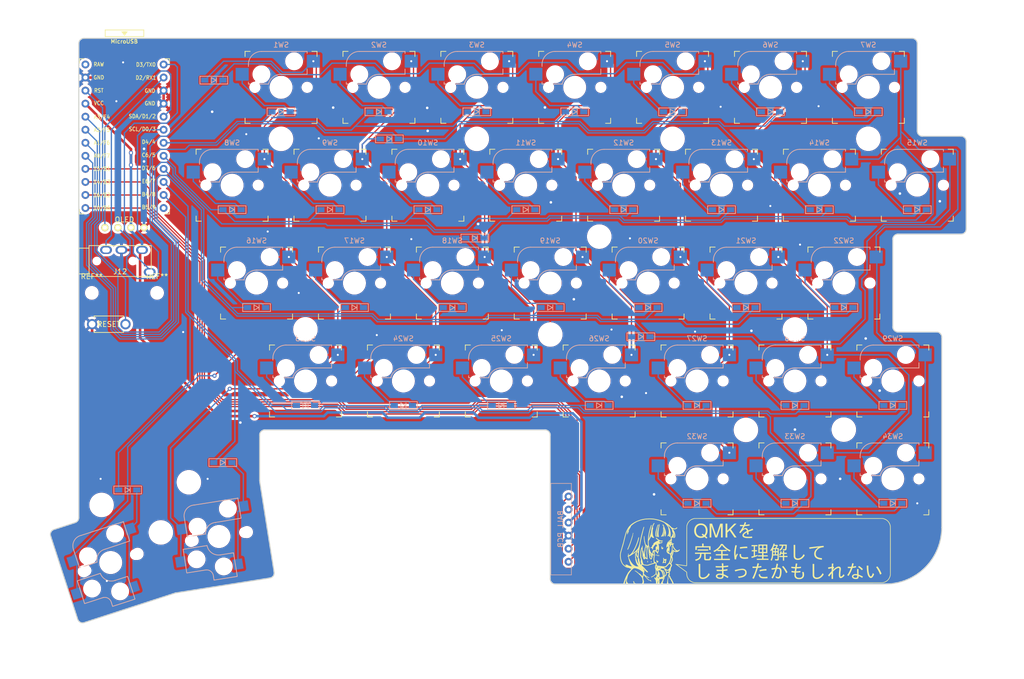
<source format=kicad_pcb>
(kicad_pcb (version 20221018) (generator pcbnew)
  (layers (0 "F.Cu" signal) (31 "B.Cu" signal) (34 "B.Paste" user) (35 "F.Paste" user) (36 "B.SilkS" user "B.Silkscreen") (37 "F.SilkS" user "F.Silkscreen") (38 "B.Mask" user) (39 "F.Mask" user) (44 "Edge.Cuts" user))
  (net 0 "")
  (net 1 "Net-(D1-K)")
  (net 2 "ROW0")
  (net 3 "Net-(D2-K)")
  (net 4 "Net-(D3-K)")
  (net 5 "Net-(D4-K)")
  (net 6 "Net-(D5-A)")
  (net 7 "Net-(D6-A)")
  (net 8 "Net-(D7-A)")
  (net 9 "Net-(D8-K)")
  (net 10 "ROW1")
  (net 11 "Net-(D9-K)")
  (net 12 "Net-(D10-K)")
  (net 13 "Net-(D11-K)")
  (net 14 "Net-(D12-A)")
  (net 15 "Net-(D13-A)")
  (net 16 "Net-(D14-A)")
  (net 17 "Net-(D15-A)")
  (net 18 "Net-(D16-K)")
  (net 19 "ROW2")
  (net 20 "Net-(D17-K)")
  (net 21 "Net-(D18-K)")
  (net 22 "Net-(D19-K)")
  (net 23 "Net-(D20-A)")
  (net 24 "Net-(D21-A)")
  (net 25 "Net-(D22-A)")
  (net 26 "Net-(D23-K)")
  (net 27 "ROW3")
  (net 28 "Net-(D24-K)")
  (net 29 "Net-(D25-K)")
  (net 30 "Net-(D26-K)")
  (net 31 "Net-(D27-A)")
  (net 32 "Net-(D28-A)")
  (net 33 "Net-(D29-A)")
  (net 34 "Net-(D30-K)")
  (net 35 "ROW4")
  (net 36 "Net-(D31-K)")
  (net 37 "Net-(D32-A)")
  (net 38 "Net-(D33-A)")
  (net 39 "Net-(D34-A)")
  (net 40 "COL0")
  (net 41 "Net-(D35-A)")
  (net 42 "COL1")
  (net 43 "Net-(D36-A)")
  (net 44 "COL2")
  (net 45 "Net-(D37-A)")
  (net 46 "COL3")
  (net 47 "Net-(D38-A)")
  (net 48 "SCLK")
  (net 49 "NCS")
  (net 50 "GND")
  (net 51 "VCC")
  (net 52 "MOSI")
  (net 53 "MISO")
  (net 54 "DATA_AUG")
  (net 55 "DATA")
  (net 56 "SDA")
  (net 57 "SCL")
  (net 58 "RESET")
  (footprint "tsuburin-keyboard:nenecchi-qmk-kanzenrikai" (layer "F.Cu") (at 178.38 137.8)
    (fp_text reference "G***" hide)
    (fp_text value "LOGO" hide)
  )
  (footprint "kbd:spacer_m2" (layer "F.Cu") (at 123.825 57.658)
    (fp_text reference "Ref**" hide)
    (fp_text value "Val**" hide)
  )
  (footprint "keyswitches:Kailh_socket_MX" (layer "F.Cu") (at 128.5875 104.775)
    (fp_text reference "SW25")
    (fp_text value "SW_PUSH")
  )
  (footprint "MJ-4PP-9:MJ-4PP-9" (layer "F.Cu") (at 54.416 81.382)
    (fp_text reference "J12")
    (fp_text value "MJ-4PP-9")
  )
  (footprint "kbd:spacer_m2" (layer "F.Cu") (at 90.4748 94.742)
    (fp_text reference "Ref**" hide)
    (fp_text value "Val**" hide)
  )
  (footprint "kbd:spacer_m2" (layer "F.Cu") (at 50.8 128.9)
    (fp_text reference "Ref**" hide)
    (fp_text value "Val**" hide)
  )
  (footprint "keyswitches:Kailh_socket_MX" (layer "F.Cu") (at 195.2625 85.725)
    (fp_text reference "SW22")
    (fp_text value "SW_PUSH")
  )
  (footprint "keyswitches:Kailh_socket_MX" (layer "F.Cu") (at 190.5 66.675)
    (fp_text reference "SW14")
    (fp_text value "SW_PUSH")
  )
  (footprint "kbd:spacer_m2" (layer "F.Cu") (at 185.73 94.76)
    (fp_text reference "Ref**" hide)
    (fp_text value "Val**" hide)
  )
  (footprint "kbd:spacer_m2" (layer "F.Cu") (at 147.66 76.68)
    (fp_text reference "Ref**" hide)
    (fp_text value "Val**" hide)
  )
  (footprint "keyswitches:Kailh_socket_MX" (layer "F.Cu") (at 138.1125 85.725)
    (fp_text reference "SW19")
    (fp_text value "SW_PUSH")
  )
  (footprint "keyswitches:Kailh_socket_MX" (layer "F.Cu") (at 152.4 66.675)
    (fp_text reference "SW12")
    (fp_text value "SW_PUSH")
  )
  (footprint "tsuburin-keyboard:keyball_trackball_header_master" (layer "F.Cu") (at 141.88 133.61 -90)
    (fp_text reference "J1" hide)
    (fp_text value "trackball-header-master")
  )
  (footprint "kbd:spacer_m2" (layer "F.Cu") (at 200.025 57.6326)
    (fp_text reference "Ref**" hide)
    (fp_text value "Val**" hide)
  )
  (footprint "keyswitches:Kailh_socket_MX" (layer "F.Cu") (at 147.6375 104.775)
    (fp_text reference "SW26")
    (fp_text value "SW_PUSH")
  )
  (footprint "kbd:spacer_m2" (layer "F.Cu") (at 176.2 114.3)
    (fp_text reference "Ref**" hide)
    (fp_text value "Val**" hide)
  )
  (footprint "keyswitches:Kailh_socket_MX" (layer "F.Cu") (at 90.4875 104.775)
    (fp_text reference "SW23")
    (fp_text value "SW_PUSH")
  )
  (footprint "kbd:spacer_m2" (layer "F.Cu") (at 195.25 114.24)
    (fp_text reference "Ref**" hide)
    (fp_text value "Val**" hide)
  )
  (footprint "keyswitches:Kailh_socket_MX" (layer "F.Cu") (at 123.825 47.625)
    (fp_text reference "SW3")
    (fp_text value "SW_PUSH")
  )
  (footprint "MountingHole:MountingHole_2.2mm_M2" (layer "F.Cu") (at 61.601 87.63)
    (fp_text reference "REF**")
    (fp_text value "MountingHole_2.2mm_M2" hide)
  )
  (footprint "tsuburin-keyboard:CherryMX_Choc_Hotswap" (layer "F.Cu") (at 52.57389 140.111862 18)
    (fp_text reference "SW30" hide)
    (fp_text value "SW_PUSH" hide)
  )
  (footprint "keyswitches:Kailh_socket_MX" (layer "F.Cu") (at 157.1625 85.725)
    (fp_text reference "SW20")
    (fp_text value "SW_PUSH")
  )
  (footprint "keyswitches:Kailh_socket_MX" (layer "F.Cu") (at 185.7375 123.825)
    (fp_text reference "SW33")
    (fp_text value "SW_PUSH")
  )
  (footprint "kbd:spacer_m2" (layer "F.Cu") (at 67.79 124.49)
    (fp_text reference "Ref**" hide)
    (fp_text value "Val**" hide)
  )
  (footprint "keyswitches:Kailh_socket_MX" (layer "F.Cu") (at 95.25 66.675)
    (fp_text reference "SW9")
    (fp_text value "SW_PUSH")
  )
  (footprint "keyswitches:Kailh_socket_MX" (layer "F.Cu") (at 133.35 66.675)
    (fp_text reference "SW11")
    (fp_text value "SW_PUSH")
  )
  (footprint "keyswitches:Kailh_socket_MX" (layer "F.Cu") (at 180.975 47.625)
    (fp_text reference "SW6")
    (fp_text value "SW_PUSH")
  )
  (footprint "kbd:spacer_m2" (layer "F.Cu") (at 161.925 57.658)
    (fp_text reference "Ref**" hide)
    (fp_text value "Val**" hide)
  )
  (footprint "kbd:ProMicro_v3" (layer "F.Cu") (at 55.2616 57.658)
    (fp_text reference "U1" hide)
    (fp_text value "ProMicro" hide)
  )
  (footprint "keyswitches:Kailh_socket_MX" (layer "F.Cu") (at 204.7875 104.775)
    (fp_text reference "SW29")
    (fp_text value "SW_PUSH")
  )
  (footprint "keyswitches:Kailh_socket_MX" (layer "F.Cu") (at 176.2125 85.725)
    (fp_text reference "SW21")
    (fp_text value "SW_PUSH")
  )
  (footprint "kbd:ResetSW_1side" (layer "F.Cu") (at 52.203 93.726)
    (fp_text reference "SW_RESET1" hide)
    (fp_text value "SW_Push")
  )
  (footprint "keyswitches:Kailh_socket_MX" (layer "F.Cu") (at 166.6875 123.825)
    (fp_text reference "SW32")
    (fp_text value "SW_PUSH")
  )
  (footprint "keyswitches:Kailh_socket_MX" (layer "F.Cu") (at 85.725 47.625)
    (fp_text reference "SW1")
    (fp_text value "SW_PUSH")
  )
  (footprint "keyswitches:Kailh_socket_MX" (layer "F.Cu") (at 114.3 66.675)
    (fp_text reference "SW10")
    (fp_text value "SW_PUSH")
  )
  (footprint "kbd:OLED_v2" (layer "F.Cu") (at 55.2506 74.93)
    (fp_text reference "OL1")
    (fp_text value "OLED" hide)
  )
  (footprint "MountingHole:MountingHole_2.2mm_M2" (layer "F.Cu") (at 48.901 87.63)
    (fp_text reference "REF**")
    (fp_text value "MountingHole_2.2mm_M2" hide)
  )
  (footprint "keyswitches:Kailh_socket_MX" (layer "F.Cu") (at 171.45 66.675)
    (fp_text reference "SW13")
    (fp_text value "SW_PUSH")
  )
  (footprint "keyswitches:Kailh_socket_MX" (layer "F.Cu") (at 80.9625 85.725)
    (fp_text reference "SW16")
    (fp_text value "SW_PUSH")
  )
  (footprint "keyswitches:Kailh_socket_MX" (layer "F.Cu") (at 185.7375 104.775)
    (fp_text reference "SW28")
    (fp_text value "SW_PUSH")
  )
  (footprint "keyswitches:Kailh_socket_MX" (layer "F.Cu") (at 119.0625 85.725)
    (fp_text reference "SW18")
    (fp_text value "SW_PUSH")
  )
  (footprint "keyswitches:Kailh_socket_MX" (layer "F.Cu") (at 109.5375 104.775)
    (fp_text reference "SW24")
    (fp_text value "SW_PUSH")
  )
  (footprint "keyswitches:Kailh_socket_MX" (layer "F.Cu") (at 161.925 47.625)
    (fp_text reference "SW5")
    (fp_text value "SW_PUSH")
  )
  (footprint "keyswitches:Kailh_socket_MX" (layer "F.Cu") (at 142.875 47.625)
    (fp_text reference "SW4")
    (fp_text value "SW_PUSH")
  )
  (footprint "kbd:spacer_m2" (layer "F.Cu") (at 85.725 57.658)
    (fp_text reference "Ref**" hide)
    (fp_text value "Val**" hide)
  )
  (footprint "keyswitches:Kailh_socket_MX" (layer "F.Cu") (at 166.6875 104.775)
    (fp_text reference "SW27")
    (fp_text value "SW_PUSH")
  )
  (footprint "kbd:spacer_m2" (layer "F.Cu") (at 138.1252 95.7326)
    (fp_text reference "Ref**" hide)
    (fp_text value "Val**" hide)
  )
  (footprint "keyswitches:Kailh_socket_MX" (layer "F.Cu") (at 76.2 66.675)
    (fp_text reference "SW8")
    (fp_text value "SW_PUSH")
  )
  (footprint "keyswitches:Kailh_socket_MX" (layer "F.Cu") (at 100.0125 85.725)
    (fp_text reference "SW17")
    (fp_text value "SW_PUSH")
  )
  (footprint "keyswitches:Kailh_socket_MX" (layer "F.Cu") (at 204.7875 123.825)
    (fp_text reference "SW34")
    (fp_text value "SW_PUSH")
  )
  (footprint "keyswitches:Kailh_socket_MX" (layer "F.Cu") (at 200.025 47.625)
    (fp_text reference "SW7")
    (fp_text value "SW_PUSH")
  )
  (footprint "kbd:spacer_m2" (layer "F.Cu") (at 62.33 134.25)
    (fp_text reference "Ref**" hide)
    (fp_text value "Val**" hide)
  )
  (footprint "keyswitches:Kailh_socket_MX" (layer "F.Cu") (at 104.775 47.625)
    (fp_text reference "SW2")
    (fp_text value "SW_PUSH")
  )
  (footprint "tsuburin-keyboard:CherryMX_Choc_Hotswap" (layer "F.Cu") (at 73.649634 135.043381 9)
    (fp_text reference "SW31" hide)
    (fp_text value "SW_PUSH" hide)
  )
  (footprint "keyswitches:Kailh_socket_MX" (layer "F.Cu") (at 209.55 66.675)
    (fp_text reference "SW15")
    (fp_text value "SW_PUSH")
  )
  (footprint "kbd:D3_SMD_v2" (layer "B.Cu") (at 152.4 71.4375 180)
    (fp_text reference "D12" hide)
    (fp_text value "D" hide)
  )
  (footprint "kbd:D3_SMD_v2" (layer "B.Cu") (at 209.55 71.4375 180)
    (fp_text reference "D15" hide)
    (fp_text value "D" hide)
  )
  (footprint "kbd:D3_SMD_v2" (layer "B.Cu") (at 95.25 71.4375 180)
    (fp_text reference "D9" hide)
    (fp_text value "D" hide)
  )
  (footprint "kbd:D3_SMD_v2" (layer "B.Cu") (at 72.644 46.228 180)
    (fp_text reference "D35" hide)
    (fp_text value "D" hide)
  )
  (footprint "kbd:D3_SMD_v2" (layer "B.Cu") (at 157.1625 90.4875 180)
    (fp_text reference "D20" hide)
    (fp_text value "D" hide)
  )
  (footprint "kbd:D3_SMD_v2" (layer "B.Cu") (at 85.725 52.3875 180)
    (fp_text reference "D1" hide)
    (fp_text value "D" hide)
  )
  (footprint "kbd:D3_SMD_v2" (layer "B.Cu") (at 123.825 52.3875 180)
    (fp_text reference "D3" hide)
    (fp_text value "D" hide)
  )
  (footprint "kbd:D3_SMD_v2" (layer "B.Cu") (at 104.775 52.3875 180)
    (fp_text reference "D2" hide)
    (fp_text value "D" hide)
  )
  (footprint "kbd:D3_SMD_v2" (layer "B.Cu") (at 55.88 125.984 180)
    (fp_text reference "D30" hide)
    (fp_text value "D" hide)
  )
  (footprint "kbd:D3_SMD_v2" (layer "B.Cu") (at 166.6875 128.5875 180)
    (fp_text reference "D32" hide)
    (fp_text value "D" hide)
  )
  (footprint "kbd:D3_SMD_v2" (layer "B.Cu") (at 180.975 52.3875 180)
    (fp_text reference "D6" hide)
    (fp_text value "D" hide)
  )
  (footprint "kbd:D3_SMD_v2" (layer "B.Cu") (at 161.925 52.3875 180)
    (fp_text reference "D5" hide)
    (fp_text value "D" hide)
  )
  (footprint "kbd:D3_SMD_v2" (layer "B.Cu") (at 109.5375 109.5375 180)
    (fp_text reference "D24" hide)
    (fp_text value "D" hide)
  )
  (footprint "kbd:D3_SMD_v2" (layer "B.Cu") (at 185.7375 128.5875 180)
    (fp_text reference "D33" hide)
    (fp_text value "D" hide)
  )
  (footprint "kbd:D3_SMD_v2" (layer "B.Cu") (at 204.7875 109.5375 180)
    (fp_text reference "D29" hide)
    (fp_text value "D" hide)
  )
  (footprint "kbd:D3_SMD_v2" (layer "B.Cu") (at 106.807 57.658 180)
    (fp_text reference "D36" hide)
    (fp_text value "D" hide)
  )
  (footprint "kbd:D3_SMD_v2" (layer "B.Cu") (at 171.45 71.4375 180)
    (fp_text reference "D13" hide)
    (fp_text value "D" hide)
  )
  (footprint "kbd:D3_SMD_v2" (layer "B.Cu") (at 128.5875 109.5375 180)
    (fp_text reference "D25" hide)
    (fp_text value "D" hide)
  )
  (footprint "kbd:D3_SMD_v2" (layer "B.Cu") (at 80.9625 90.4875 180)
    (fp_text reference "D16" hide)
    (fp_text value "D" hide)
  )
  (footprint "kbd:D3_SMD_v2" (layer "B.Cu") (at 200.025 52.3875 180)
    (fp_text reference "D7" hide)
    (fp_text value "D" hide)
  )
  (footprint "kbd:D3_SMD_v2" (layer "B.Cu") (at 74.39 120.65 180)
    (fp_text reference "D31" hide)
    (fp_text value "D" hide)
  )
  (footprint "kbd:D3_SMD_v2" (layer "B.Cu") (at 190.5 71.4375 180)
    (fp_text reference "D14" hide)
    (fp_text value "D" hide)
  )
  (footprint "kbd:D3_SMD_v2" (layer "B.Cu") (at 204.7875 128.5875 180)
    (fp_text reference "D34" hide)
    (fp_text value "D" hide)
  )
  (footprint "kbd:D3_SMD_v2" (layer "B.Cu") (at 166.6875 109.5375 180)
    (fp_text reference "D27" hide)
    (fp_text value "D" hide)
  )
  (footprint "kbd:D3_SMD_v2" (layer "B.Cu") (at 119.0625 90.4875 180)
    (fp_text reference "D18" hide)
    (fp_text value "D" hide)
  )
  (footprint "kbd:D3_SMD_v2" (layer "B.Cu") (at 147.6375 109.5375 180)
    (fp_text reference "D26" hide)
    (fp_text value "D" hide)
  )
  (footprint "kbd:D3_SMD_v2" (layer "B.Cu") (at 155.7528 96.1644 180)
    (fp_text reference "D38" hide)
    (fp_text value "D" hide)
  )
  (footprint "kbd:D3_SMD_v2" (layer "B.Cu") (at 195.2625 90.4875 180)
    (fp_text reference "D22" hide)
    (fp_text value "D" hide)
  )
  (footprint "kbd:D3_SMD_v2" (layer "B.Cu") (at 133.35 71.4375 180)
    (fp_text reference "D11" hide)
    (fp_text value "D" hide)
  )
  (footprint "kbd:D3_SMD_v2" (layer "B.Cu") (at 138.1125 90.4875 180)
    (fp_text reference "D19" hide)
    (fp_text value "D" hide)
  )
  (footprint "kbd:D3_SMD_v2" (layer "B.Cu") (at 123.444 76.962 180)
    (fp_text reference "D37" hide)
    (fp_text value "D" hide)
  )
  (footprint "kbd:D3_SMD_v2" (layer "B.Cu") (at 176.2125 90.4875 180)
    (fp_text reference "D21" hide)
    (fp_text value "D" hide)
  )
  (footprint "kbd:D3_SMD_v2" (layer "B.Cu") (at 90.4875 109.5375 180)
    (fp_text reference "D23" hide)
    (fp_text value "D" hide)
  )
  (footprint "kbd:D3_SMD_v2" (layer "B.Cu") (at 76.2 71.4375 180)
    (fp_text reference "D8" hide)
    (fp_text value "D" hide)
  )
  (footprint "kbd:D3_SMD_v2" (layer "B.Cu") (at 100.0125 90.4875 180)
    (fp_text reference "D17" hide)
    (fp_text value "D" hide)
  )
  (footprint "kbd:D3_SMD_v2" (layer "B.Cu") (at 114.3 71.4375 180)
    (fp_text reference "D10" hide)
    (fp_text value "D" hide)
  )
  (footprint "kbd:D3_SMD_v2" (layer "B.Cu") (at 185.7375 109.5375 180)
    (fp_text reference "D28" hide)
    (fp_text value "D" hide)
  )
  (footprint "kbd:D3_SMD_v2" (layer "B.Cu") (at 142.875 52.3875 180)
    (fp_text reference "D4" hide)
    (fp_text value "D" hide)
  )
  (gr_line locked (start 208.55027 38.093497) (end 47.36187 38.093497) (stroke (width 0.2)) (layer "Edge.Cuts"))
  (gr_line locked (start 138.11277 115.299015) (end 138.11277 143.298939) (stroke (width 0.2)) (layer "Edge.Cuts"))
  (gr_arc locked (start 214.31277 133.293884) (mid 211.091259 141.071768) (end 203.313636 144.293884) (stroke (width 0.2)) (layer "Edge.Cuts"))
  (gr_line locked (start 139.112849 144.298939) (end 203.313636 144.293884) (stroke (width 0.2)) (layer "Edge.Cuts"))
  (gr_line locked (start 82.561324 114.299007) (end 137.11277 114.299015) (stroke (width 0.2)) (layer "Edge.Cuts"))
  (gr_line locked (start 205.78777 76.193496) (end 218.07527 76.193498) (stroke (width 0.2)) (layer "Edge.Cuts"))
  (gr_arc locked (start 210.55027 57.1435) (mid 209.843166 56.850606) (end 209.55027 56.1435) (stroke (width 0.2)) (layer "Edge.Cuts"))
  (gr_line locked (start 209.55027 56.1435) (end 209.55027 39.093497) (stroke (width 0.2)) (layer "Edge.Cuts"))
  (gr_arc locked (start 204.78777 77.193496) (mid 205.080667 76.486397) (end 205.78777 76.193496) (stroke (width 0.2)) (layer "Edge.Cuts"))
  (gr_arc locked (start 208.55027 38.093497) (mid 209.257381 38.38639) (end 209.55027 39.093497) (stroke (width 0.2)) (layer "Edge.Cuts"))
  (gr_arc locked (start 205.78777 95.243498) (mid 205.080667 94.950604) (end 204.78777 94.243498) (stroke (width 0.2)) (layer "Edge.Cuts"))
  (gr_arc locked (start 219.07527 75.193498) (mid 218.78238 75.900611) (end 218.07527 76.193498) (stroke (width 0.2)) (layer "Edge.Cuts"))
  (gr_arc locked (start 47.409644 151.798897) (mid 46.646758 151.73871) (end 46.149824 151.156775) (stroke (width 0.2)) (layer "Edge.Cuts"))
  (gr_arc locked (start 218.07527 57.143497) (mid 218.782381 57.43639) (end 219.07527 58.143497) (stroke (width 0.2)) (layer "Edge.Cuts"))
  (gr_line locked (start 65.162981 146.035718) (end 83.553713 143.122912) (stroke (width 0.2)) (layer "Edge.Cuts"))
  (gr_line locked (start 46.36187 39.093497) (end 46.36187 131.382126) (stroke (width 0.2)) (layer "Edge.Cuts"))
  (gr_line locked (start 214.31277 133.293884) (end 214.31277 96.243496) (stroke (width 0.2)) (layer "Edge.Cuts"))
  (gr_arc locked (start 213.31277 95.243496) (mid 214.019881 95.536388) (end 214.31277 96.243496) (stroke (width 0.2)) (layer "Edge.Cuts"))
  (gr_line locked (start 84.384966 141.97879) (end 81.561324 124.151017) (stroke (width 0.2)) (layer "Edge.Cuts"))
  (gr_line locked (start 81.561324 124.151017) (end 81.561324 115.299007) (stroke (width 0.2)) (layer "Edge.Cuts"))
  (gr_arc locked (start 139.112849 144.298939) (mid 138.40568 144.006076) (end 138.11277 143.298939) (stroke (width 0.2)) (layer "Edge.Cuts"))
  (gr_arc locked (start 81.561324 115.299007) (mid 81.854215 114.591885) (end 82.561324 114.299007) (stroke (width 0.2)) (layer "Edge.Cuts"))
  (gr_arc locked (start 46.36187 39.093497) (mid 46.654767 38.386397) (end 47.36187 38.093497) (stroke (width 0.2)) (layer "Edge.Cuts"))
  (gr_line locked (start 219.07527 75.193498) (end 219.07527 58.143497) (stroke (width 0.2)) (layer "Edge.Cuts"))
  (gr_line locked (start 45.670893 132.333181) (end 41.523034 133.680928) (stroke (width 0.2)) (layer "Edge.Cuts"))
  (gr_line locked (start 213.31277 95.243496) (end 205.78777 95.243498) (stroke (width 0.2)) (layer "Edge.Cuts"))
  (gr_arc locked (start 40.881 134.941) (mid 40.941063 134.178008) (end 41.523034 133.680928) (stroke (width 0.2)) (layer "Edge.Cuts"))
  (gr_line locked (start 40.881 134.941) (end 46.149824 151.156775) (stroke (width 0.2)) (layer "Edge.Cuts"))
  (gr_line locked (start 204.78777 94.243498) (end 204.78777 77.193496) (stroke (width 0.2)) (layer "Edge.Cuts"))
  (gr_arc locked (start 46.36187 131.382126) (mid 46.170882 131.9699) (end 45.670893 132.333181) (stroke (width 0.2)) (layer "Edge.Cuts"))
  (gr_arc locked (start 137.11277 114.299015) (mid 137.819874 114.591909) (end 138.11277 115.299015) (stroke (width 0.2)) (layer "Edge.Cuts"))
  (gr_line locked (start 218.07527 57.143497) (end 210.55027 57.1435) (stroke (width 0.2)) (layer "Edge.Cuts"))
  (gr_arc locked (start 84.384966 141.97879) (mid 84.206288 142.723001) (end 83.553713 143.122912) (stroke (width 0.2)) (layer "Edge.Cuts"))
  (gr_line locked (start 47.409644 151.798897) (end 65.162981 146.035718) (stroke (width 0.2)) (layer "Edge.Cuts"))
  (segment (start 82.467316 51.181) (end 86.2935 51.181) (width 0.25) (layer "B.Cu") (net 1))
  (segment (start 78.165 46.878684) (end 82.467316 51.181) (width 0.25) (layer "B.Cu") (net 1))
  (segment (start 78.165 45.085) (end 78.165 46.878684) (width 0.25) (layer "B.Cu") (net 1))
  (segment (start 86.2935 51.181) (end 87.5 52.3875) (width 0.25) (layer "B.Cu") (net 1))
  (segment (start 77.173604 54.27) (end 82.042 54.27) (width 0.25) (layer "B.Cu") (net 2))
  (segment (start 141.0745 52.3875) (end 139.192 54.27) (width 0.25) (layer "B.Cu") (net 2))
  (segment (start 122.05 52.3875) (end 122.0245 52.3875) (width 0.25) (layer "B.Cu") (net 2))
  (segment (start 94.366396 55.94) (end 99.422 55.94) (width 0.25) (layer "B.Cu") (net 2))
  (segment (start 62.873 58.42) (end 73.023604 58.42) (width 0.25) (layer "B.Cu") (net 2))
  (segment (start 158.07 54.27) (end 161.798 54.27) (width 0.25) (layer "B.Cu") (net 2))
  (segment (start 145.68 56.05) (end 156.29 56.05) (width 0.25) (layer "B.Cu") (net 2))
  (segment (start 100.096 55.266) (end 100.162 55.2) (width 0.25) (layer "B.Cu") (net 2))
  (segment (start 92.696396 54.27) (end 94.366396 55.94) (width 0.25) (layer "B.Cu") (net 2))
  (segment (start 156.29 56.05) (end 158.07 54.27) (width 0.25) (layer "B.Cu") (net 2))
  (segment (start 122.0245 52.3875) (end 120.142 54.27) (width 0.25) (layer "B.Cu") (net 2))
  (segment (start 163.6805 52.3875) (end 161.798 54.27) (width 0.25) (layer "B.Cu") (net 2))
  (segment (start 99.422 55.94) (end 101.092 54.27) (width 0.25) (layer "B.Cu") (net 2))
  (segment (start 199.9175 54.27) (end 201.8 52.3875) (width 0.25) (layer "B.Cu") (net 2))
  (segment (start 73.023604 58.42) (end 77.173604 54.27) (width 0.25) (layer "B.Cu") (net 2))
  (segment (start 163.7 52.3875) (end 163.6805 52.3875) (width 0.25) (layer "B.Cu") (net 2))
  (segment (start 103 52.3875) (end 102.9745 52.3875) (width 0.25) (layer "B.Cu") (net 2))
  (segment (start 182.7305 52.3875) (end 180.848 54.27) (width 0.25) (layer "B.Cu") (net 2))
  (segment (start 141.1 52.3875) (end 141.0745 52.3875) (width 0.25) (layer "B.Cu") (net 2))
  (segment (start 100.162 55.2) (end 119.212 55.2) (width 0.25) (layer "B.Cu") (net 2))
  (segment (start 102.9745 52.3875) (end 101.092 54.27) (width 0.25) (layer "B.Cu") (net 2))
  (segment (start 143.9 54.27) (end 145.68 56.05) (width 0.25) (layer "B.Cu") (net 2))
  (segment (start 119.212 55.2) (end 120.142 54.27) (width 0.25) (layer "B.Cu") (net 2))
  (segment (start 161.798 54.27) (end 171.051396 54.27) (width 0.25) (layer "B.Cu") (net 2))
  (segment (start 171.951396 55.17) (end 179.948 55.17) (width 0.25) (layer "B.Cu") (net 2))
  (segment (start 180.848 54.27) (end 199.9175 54.27) (width 0.25) (layer "B.Cu") (net 2))
  (segment (start 82.042 54.27) (end 92.696396 54.27) (width 0.25) (layer "B.Cu") (net 2))
  (segment (start 120.142 54.27) (end 139.192 54.27) (width 0.25) (layer "B.Cu") (net 2))
  (segment (start 83.95 52.3875) (end 82.0675 54.27) (width 0.25) (layer "B.Cu") (net 2))
  (segment (start 82.0675 54.27) (end 82.042 54.27) (width 0.25) (layer "B.Cu") (net 2))
  (segment (start 171.051396 54.27) (end 171.951396 55.17) (width 0.25) (layer "B.Cu") (net 2))
  (segment (start 139.192 54.27) (end 143.9 54.27) (width 0.25) (layer "B.Cu") (net 2))
  (segment (start 179.948 55.17) (end 180.848 54.27) (width 0.25) (layer "B.Cu") (net 2))
  (segment (start 182.75 52.3875) (end 182.7305 52.3875) (width 0.25) (layer "B.Cu") (net 2))
  (segment (start 101.517316 51.181) (end 105.3435 51.181) (width 0.25) (layer "B.Cu") (net 3))
  (segment (start 97.215 45.085) (end 97.215 46.878684) (width 0.25) (layer "B.Cu") (net 3))
  (segment (start 105.3435 51.181) (end 106.55 52.3875) (width 0.25) (layer "B.Cu") (net 3))
  (segment (start 97.215 46.878684) (end 101.517316 51.181) (width 0.25) (layer "B.Cu") (net 3))
  (segment (start 120.567316 51.181) (end 124.3935 51.181) (width 0.25) (layer "B.Cu") (net 4))
  (segment (start 116.265 45.085) (end 116.265 46.878684) (width 0.25) (layer "B.Cu") (net 4))
  (segment (start 116.265 46.878684) (end 120.567316 51.181) (width 0.25) (layer "B.Cu") (net 4))
  (segment (start 124.3935 51.181) (end 125.6 52.3875) (width 0.25) (layer "B.Cu") (net 4))
  (segment (start 138.0435 51.181) (end 143.4435 51.181) (width 0.25) (layer "B.Cu") (net 5))
  (segment (start 143.4435 51.181) (end 144.65 52.3875) (width 0.25) (layer "B.Cu") (net 5))
  (segment (start 135.315 45.085) (end 135.315 48.4525) (width 0.25) (layer "B.Cu") (net 5))
  (segment (start 135.315 48.4525) (end 138.0435 51.181) (width 0.25) (layer "B.Cu") (net 5))
  (segment (start 154.365 45.085) (end 154.365 46.878684) (width 0.25) (layer "B.Cu") (net 6))
  (segment (start 159.873816 52.3875) (end 160.15 52.3875) (width 0.25) (layer "B.Cu") (net 6))
  (segment (start 154.365 46.878684) (end 159.873816 52.3875) (width 0.25) (layer "B.Cu") (net 6))
  (segment (start 173.415 46.878684) (end 178.923816 52.3875) (width 0.25) (layer "B.Cu") (net 7))
  (segment (start 173.415 45.085) (end 173.415 46.878684) (width 0.25) (layer "B.Cu") (net 7))
  (segment (start 178.923816 52.3875) (end 179.2 52.3875) (width 0.25) (layer "B.Cu") (net 7))
  (segment (start 192.465 46.878684) (end 197.973816 52.3875) (width 0.25) (layer "B.Cu") (net 8))
  (segment (start 197.973816 52.3875) (end 198.25 52.3875) (width 0.25) (layer "B.Cu") (net 8))
  (segment (start 192.465 45.085) (end 192.465 46.878684) (width 0.25) (layer "B.Cu") (net 8))
  (segment (start 68.64 65.928684) (end 72.942316 70.231) (width 0.25) (layer "B.Cu") (net 9))
  (segment (start 68.64 64.135) (end 68.64 65.928684) (width 0.25) (layer "B.Cu") (net 9))
  (segment (start 76.7685 70.231) (end 77.975 71.4375) (width 0.25) (layer "B.Cu") (net 9))
  (segment (start 72.942316 70.231) (end 76.7685 70.231) (width 0.25) (layer "B.Cu") (net 9))
  (segment (start 190.93 72.78) (end 195.976396 72.78) (width 0.25) (layer "B.Cu") (net 10))
  (segment (start 65.151 64.505208) (end 72.083292 71.4375) (width 0.25) (layer "B.Cu") (net 10))
  (segment (start 112.525 71.4375) (end 112.4585 71.4375) (width 0.25) (layer "B.Cu") (net 10))
  (segment (start 192.2725 71.4375) (end 192.275 71.4375) (width 0.25) (layer "B.Cu") (net 10))
  (segment (start 93.475 71.4375) (end 93.4593 71.4375) (width 0.25) (layer "B.Cu") (net 10))
  (segment (start 110.744 73.152) (end 113.512 73.152) (width 0.25) (layer "B.Cu") (net 10))
  (segment (start 137.422 73.152) (end 129.794 73.152) (width 0.25) (layer "B.Cu") (net 10))
  (segment (start 115.72 75.36) (end 121.934695 75.36) (width 0.25) (layer "B.Cu") (net 10))
  (segment (start 76.7175 73.73) (end 91.1668 73.73) (width 0.25) (layer "B.Cu") (net 10))
  (segment (start 91.1668 73.73) (end 91.7448 73.152) (width 0.25) (layer "B.Cu") (net 10))
  (segment (start 101.45 74.07) (end 109.826 74.07) (width 0.25) (layer "B.Cu") (net 10))
  (segment (start 109.826 74.07) (end 110.744 73.152) (width 0.25) (layer "B.Cu") (net 10))
  (segment (start 196.649396 73.453) (end 209.3095 73.453) (width 0.25) (layer "B.Cu") (net 10))
  (segment (start 121.934695 75.36) (end 124.142695 73.152) (width 0.25) (layer "B.Cu") (net 10))
  (segment (start 131.5085 71.4375) (end 129.794 73.152) (width 0.25) (layer "B.Cu") (net 10))
  (segment (start 171.8825 72.78) (end 190.93 72.78) (width 0.25) (layer "B.Cu") (net 10))
  (segment (start 171.87625 72.78625) (end 171.8825 72.78) (width 0.25) (layer "B.Cu") (net 10))
  (segment (start 173.225 71.4375) (end 171.87625 72.78625) (width 0.25) (layer "B.Cu") (net 10))
  (segment (start 91.7448 73.152) (end 100.532 73.152) (width 0.25) (layer "B.Cu") (net 10))
  (segment (start 113.512 73.152) (end 115.72 75.36) (width 0.25) (layer "B.Cu") (net 10))
  (segment (start 112.4585 71.4375) (end 110.744 73.152) (width 0.25) (layer "B.Cu") (net 10))
  (segment (start 151.675292 72.63) (end 137.944 72.63) (width 0.25) (layer "B.Cu") (net 10))
  (segment (start 93.4593 71.4375) (end 91.7448 73.152) (width 0.25) (layer "B.Cu") (net 10))
  (segment (start 195.976396 72.78) (end 196.649396 73.453) (width 0.25) (layer "B.Cu") (net 10))
  (segment (start 154.175 71.4375) (end 152.9825 72.63) (width 0.25) (layer "B.Cu") (net 10))
  (segment (start 137.944 72.63) (end 137.422 73.152) (width 0.25) (layer "B.Cu") (net 10))
  (segment (start 124.142695 73.152) (end 129.794 73.152) (width 0.25) (layer "B.Cu") (net 10))
  (segment (start 171.87625 72.78625) (end 171.1925 73.47) (width 0.25) (layer "B.Cu") (net 10))
  (segment (start 72.083292 71.4375) (end 74.425 71.4375) (width 0.25) (layer "B.Cu") (net 10))
  (segment (start 62.873 60.96) (end 65.151 63.238) (width 0.25) (layer "B.Cu") (net 10))
  (segment (start 209.3095 73.453) (end 211.325 71.4375) (width 0.25) (layer "B.Cu") (net 10))
  (segment (start 100.532 73.152) (end 101.45 74.07) (width 0.25) (layer "B.Cu") (net 10))
  (segment (start 171.1925 73.47) (end 152.515292 73.47) (width 0.25) (layer "B.Cu") (net 10))
  (segment (start 152.515292 73.47) (end 151.675292 72.63) (width 0.25) (layer "B.Cu") (net 10))
  (segment (start 190.93 72.78) (end 192.2725 71.4375) (width 0.25) (layer "B.Cu") (net 10))
  (segment (start 74.425 71.4375) (end 76.7175 73.73) (width 0.25) (layer "B.Cu") (net 10))
  (segment (start 152.9825 72.63) (end 151.675292 72.63) (width 0.25) (layer "B.Cu") (net 10))
  (segment (start 65.151 63.238) (end 65.151 64.505208) (width 0.25) (layer "B.Cu") (net 10))
  (segment (start 131.575 71.4375) (end 131.5085 71.4375) (width 0.25) (layer "B.Cu") (net 10))
  (segment (start 91.992316 70.231) (end 95.8185 70.231) (width 0.25) (layer "B.Cu") (net 11))
  (segment (start 87.69 64.135) (end 87.69 65.928684) (width 0.25) (layer "B.Cu") (net 11))
  (segment (start 87.69 65.928684) (end 91.992316 70.231) (width 0.25) (layer "B.Cu") (net 11))
  (segment (start 95.8185 70.231) (end 97.025 71.4375) (width 0.25) (layer "B.Cu") (net 11))
  (segment (start 106.74 65.928684) (end 111.042316 70.231) (width 0.25) (layer "B.Cu") (net 12))
  (segment (start 114.8685 70.231) (end 116.075 71.4375) (width 0.25) (layer "B.Cu") (net 12))
  (segment (start 111.042316 70.231) (end 114.8685 70.231) (width 0.25) (layer "B.Cu") (net 12))
  (segment (start 106.74 64.135) (end 106.74 65.928684) (width 0.25) (layer "B.Cu") (net 12))
  (segment (start 125.79 64.135) (end 125.79 65.928684) (width 0.25) (layer "B.Cu") (net 13))
  (segment (start 125.79 65.928684) (end 130.092316 70.231) (width 0.25) (layer "B.Cu") (net 13))
  (segment (start 133.9185 70.231) (end 135.125 71.4375) (width 0.25) (layer "B.Cu") (net 13))
  (segment (start 130.092316 70.231) (end 133.9185 70.231) (width 0.25) (layer "B.Cu") (net 13))
  (segment (start 144.84 64.135) (end 144.84 65.928684) (width 0.25) (layer "B.Cu") (net 14))
  (segment (start 150.348816 71.4375) (end 150.625 71.4375) (width 0.25) (layer "B.Cu") (net 14))
  (segment (start 144.84 65.928684) (end 150.348816 71.4375) (width 0.25) (layer "B.Cu") (net 14))
  (segment (start 163.89 64.135) (end 163.89 66.6025) (width 0.25) (layer "B.Cu") (net 15))
  (segment (start 168.725 71.4375) (end 169.675 71.4375) (width 0.25) (layer "B.Cu") (net 15))
  (segment (start 163.89 66.6025) (end 168.725 71.4375) (width 0.25) (layer "B.Cu") (net 15))
  (segment (start 182.94 65.928684) (end 188.448816 71.4375) (width 0.25) (layer "B.Cu") (net 16))
  (segment (start 182.94 64.135) (end 182.94 65.928684) (width 0.25) (layer "B.Cu") (net 16))
  (segment (start 188.448816 71.4375) (end 188.725 71.4375) (width 0.25) (layer "B.Cu") (net 16))
  (segment (start 201.99 64.135) (end 201.99 66.6025) (width 0.25) (layer "B.Cu") (net 17))
  (segment (start 206.825 71.4375) (end 207.775 71.4375) (width 0.25) (layer "B.Cu") (net 17))
  (segment (start 201.99 66.6025) (end 206.825 71.4375) (width 0.25) (layer "B.Cu") (net 17))
  (segment (start 73.4025 83.185) (end 73.4025 84.978684) (width 0.25) (layer "B.Cu") (net 18))
  (segment (start 73.4025 84.978684) (end 78.086316 89.6625) (width 0.25) (layer "B.Cu") (net 18))
  (segment (start 81.9125 89.6625) (end 82.7375 90.4875) (width 0.25) (layer "B.Cu") (net 18))
  (segment (start 78.086316 89.6625) (end 81.9125 89.6625) (width 0.25) (layer "B.Cu") (net 18))
  (segment (start 136.3375 90.4875) (end 136.3345 90.4875) (width 0.25) (layer "B.Cu") (net 19))
  (segment (start 76.1365 90.4875) (end 76.073 90.424) (width 0.25) (layer "B.Cu") (net 19))
  (segment (start 176.784 91.694) (end 195.831 91.694) (width 0.25) (layer "B.Cu") (net 19))
  (segment (start 96.647 91.694) (end 103.550396 91.694) (width 0.25) (layer "B.Cu") (net 19))
  (segment (start 174.748 93.73) (end 176.784 91.694) (width 0.25) (layer "B.Cu") (net 19))
  (segment (start 158.9375 90.4875) (end 157.731 91.694) (width 0.25) (layer "B.Cu") (net 19))
  (segment (start 76.073 90.424) (end 77.343 91.694) (width 0.25) (layer "B.Cu") (net 19))
  (segment (start 147.336396 92.02) (end 148.066396 92.75) (width 0.25) (layer "B.Cu") (net 19))
  (segment (start 77.343 91.694) (end 96.647 91.694) (width 0.25) (layer "B.Cu") (net 19))
  (segment (start 114.972 92.8) (end 125.263604 92.8) (width 0.25) (layer "B.Cu") (net 19))
  (segment (start 70.681 71.308) (end 70.681 85.032) (width 0.25) (layer "B.Cu") (net 19))
  (segment (start 103.550396 91.694) (end 104.656396 92.8) (width 0.25) (layer "B.Cu") (net 19))
  (segment (start 117.2845 90.4875) (end 116.078 91.694) (width 0.25) (layer "B.Cu") (net 19))
  (segment (start 98.2375 90.4875) (end 97.8535 90.4875) (width 0.25) (layer "B.Cu") (net 19))
  (segment (start 176.784 91.694) (end 177.038 91.44) (width 0.25) (layer "B.Cu") (net 19))
  (segment (start 195.831 91.694) (end 197.0375 90.4875) (width 0.25) (layer "B.Cu") (net 19))
  (segment (start 156.678 92.75) (end 157.734 91.694) (width 0.25) (layer "B.Cu") (net 19))
  (segment (start 148.066396 92.75) (end 156.678 92.75) (width 0.25) (layer "B.Cu") (net 19))
  (segment (start 177.9875 90.4875) (end 177.9875 90.4905) (width 0.25) (layer "B.Cu") (net 19))
  (segment (start 177.9875 90.4905) (end 177.038 91.44) (width 0.25) (layer "B.Cu") (net 19))
  (segment (start 104.656396 92.8) (end 114.972 92.8) (width 0.25) (layer "B.Cu") (net 19))
  (segment (start 117.2875 90.4875) (end 117.2845 90.4875) (width 0.25) (layer "B.Cu") (net 19))
  (segment (start 136.3345 90.4875) (end 135.128 91.694) (width 0.25) (layer "B.Cu") (net 19))
  (segment (start 156.678 92.75) (end 163.71 92.75) (width 0.25) (layer "B.Cu") (net 19))
  (segment (start 125.263604 92.8) (end 126.043604 92.02) (width 0.25) (layer "B.Cu") (net 19))
  (segment (start 134.802 92.02) (end 135.128 91.694) (width 0.25) (layer "B.Cu") (net 19))
  (segment (start 126.043604 92.02) (end 134.802 92.02) (width 0.25) (layer "B.Cu") (net 19))
  (segment (start 164.69 93.73) (end 174.748 93.73) (width 0.25) (layer "B.Cu") (net 19))
  (segment (start 62.873 63.5) (end 70.681 71.308) (width 0.25) (layer "B.Cu") (net 19))
  (segment (start 70.681 85.032) (end 76.073 90.424) (width 0.25) (layer "B.Cu") (net 19))
  (segment (start 97.8535 90.4875) (end 96.647 91.694) (width 0.25) (layer "B.Cu") (net 19))
  (segment (start 157.731 91.694) (end 157.734 91.694) (width 0.25) (layer "B.Cu") (net 19))
  (segment (start 134.63 92.02) (end 147.336396 92.02) (width 0.25) (layer "B.Cu") (net 19))
  (segment (start 79.1875 90.4875) (end 76.1365 90.4875) (width 0.25) (layer "B.Cu") (net 19))
  (segment (start 114.972 92.8) (end 116.078 91.694) (width 0.25) (layer "B.Cu") (net 19))
  (segment (start 163.71 92.75) (end 164.69 93.73) (width 0.25) (layer "B.Cu") (net 19))
  (segment (start 92.4525 84.978684) (end 97.136316 89.6625) (width 0.25) (layer "B.Cu") (net 20))
  (segment (start 97.136316 89.6625) (end 100.9625 89.6625) (width 0.25) (layer "B.Cu") (net 20))
  (segment (start 92.4525 83.185) (end 92.4525 84.978684) (width 0.25) (layer "B.Cu") (net 20))
  (segment (start 100.9625 89.6625) (end 101.7875 90.4875) (width 0.25) (layer "B.Cu") (net 20))
  (segment (start 116.186316 89.6625) (end 120.0125 89.6625) (width 0.25) (layer "B.Cu") (net 21))
  (segment (start 111.5025 84.978684) (end 116.186316 89.6625) (width 0.25) (layer "B.Cu") (net 21))
  (segment (start 120.0125 89.6625) (end 120.8375 90.4875) (width 0.25) (layer "B.Cu") (net 21))
  (segment (start 111.5025 83.185) (end 111.5025 84.978684) (width 0.25) (layer "B.Cu") (net 21))
  (segment (start 139.0625 89.6625) (end 139.8875 90.4875) (width 0.25) (layer "B.Cu") (net 22))
  (segment (start 130.5525 86.5525) (end 133.6625 89.6625) (width 0.25) (layer "B.Cu") (net 22))
  (segment (start 133.6625 89.6625) (end 139.0625 89.6625) (width 0.25) (layer "B.Cu") (net 22))
  (segment (start 130.5525 83.185) (end 130.5525 86.5525) (width 0.25) (layer "B.Cu") (net 22))
  (segment (start 154.4375 90.4875) (end 155.3875 90.4875) (width 0.25) (layer "B.Cu") (net 23))
  (segment (start 149.6025 85.6525) (end 154.4375 90.4875) (width 0.25) (layer "B.Cu") (net 23))
  (segment (start 149.6025 83.185) (end 149.6025 85.6525) (width 0.25) (layer "B.Cu") (net 23))
  (segment (start 173.4875 90.4875) (end 174.4375 90.4875) (width 0.25) (layer "B.Cu") (net 24))
  (segment (start 168.6525 83.185) (end 168.6525 85.6525) (width 0.25) (layer "B.Cu") (net 24))
  (segment (start 168.6525 85.6525) (end 173.4875 90.4875) (width 0.25) (layer "B.Cu") (net 24))
  (segment (start 192.5375 90.4875) (end 193.4875 90.4875) (width 0.25) (layer "B.Cu") (net 25))
  (segment (start 187.7025 85.6525) (end 192.5375 90.4875) (width 0.25) (layer "B.Cu") (net 25))
  (segment (start 187.7025 83.185) (end 187.7025 85.6525) (width 0.25) (layer "B.Cu") (net 25))
  (segment (start 91.4375 108.7125) (end 92.2625 109.5375) (width 0.25) (layer "B.Cu") (net 26))
  (segment (start 87.611316 108.7125) (end 91.4375 108.7125) (width 0.25) (layer "B.Cu") (net 26))
  (segment (start 82.9275 102.235) (end 82.9275 104.028684) (width 0.25) (layer "B.Cu") (net 26))
  (segment (start 82.9275 104.028684) (end 87.611316 108.7125) (width 0.25) (layer "B.Cu") (net 26))
  (segment (start 143.7 109.5375) (end 144.7795 110.617) (width 0.25) (layer "B.Cu") (net 27))
  (segment (start 93.2875 110.3625) (end 94.09 109.56) (width 0.25) (layer "B.Cu") (net 27))
  (segment (start 77.2 102.693604) (end 84.043896 109.5375) (width 0.25) (layer "B.Cu") (net 27))
  (segment (start 77.2 100.822) (end 77.2 102.693604) (width 0.25) (layer "B.Cu") (net 27))
  (segment (start 112.25 110.45) (end 113.16 109.54) (width 0.25) (layer "B.Cu") (net 27))
  (segment (start 167.386 110.617) (end 180.412 110.617) (width 0.25) (layer "B.Cu") (net 27))
  (segment (start 67.622 70.789) (end 67.622 91.244) (width 0.25) (layer "B.Cu") (net 27))
  (segment (start 107.74 109.56) (end 107.7625 109.5375) (width 0.25) (layer "B.Cu") (net 27))
  (segment (start 187.5125 109.5405) (end 186.182 110.871) (width 0.25) (layer "B.Cu") (net 27))
  (segment (start 62.873 66.04) (end 67.622 70.789) (width 0.25) (layer "B.Cu") (net 27))
  (segment (start 105.96 109.56) (end 106.85 110.45) (width 0.25) (layer "B.Cu") (net 27))
  (segment (start 85.9155 109.5375) (end 86.7405 110.3625) (width 0.25) (layer "B.Cu") (net 27))
  (segment (start 106.85 110.45) (end 112.25 110.45) (width 0.25) (layer "B.Cu") (net 27))
  (segment (start 67.622 91.244) (end 77.2 100.822) (width 0.25) (layer "B.Cu") (net 27))
  (segment (start 124.91 110.52) (end 133.7 110.52) (width 0.25) (layer "B.Cu") (net 27))
  (segment (start 84.043896 109.5375) (end 85.9155 109.5375) (width 0.25) (layer "B.Cu") (net 27))
  (segment (start 187.5125 109.5375) (end 187.5125 109.5405) (width 0.25) (layer "B.Cu") (net 27))
  (segment (start 180.975 111.18) (end 185.873 111.18) (width 0.25) (layer "B.Cu") (net 27))
  (segment (start 168.4625 109.5405) (end 167.386 110.617) (width 0.25) (layer "B.Cu") (net 27))
  (segment (start 186.273 110.78) (end 205.32 110.78) (width 0.25) (layer "B.Cu") (net 27))
  (segment (start 180.412 110.617) (end 180.975 111.18) (width 0.25) (layer "B.Cu") (net 27))
  (segment (start 126.81 109.54) (end 126.8125 109.5375) (width 0.25) (layer "B.Cu") (net 27))
  (segment (start 113.16 109.54) (end 126.81 109.54) (width 0.25) (layer "B.Cu") (net 27))
  (segment (start 105.96 109.56) (end 107.74 109.56) (width 0.25) (layer "B.Cu") (net 27))
  (segment (start 88.7125 109.5375) (end 85.9155 109.5375) (width 0.25) (layer "B.Cu") (net 27))
  (segment (start 123.93 109.54) (end 124.91 110.52) (width 0.25) (layer "B.Cu") (net 27))
  (segment (start 205.32 110.78) (end 206.5625 109.5375) (width 0.25) (layer "B.Cu") (net 27))
  (segment (start 185.873 111.18) (end 186.182 110.871) (width 0.25) (layer "B.Cu") (net 27))
  (segment (start 186.182 110.871) (end 186.273 110.78) (width 0.25) (layer "B.Cu") (net 27))
  (segment (start 133.7 110.52) (end 134.6825 109.5375) (width 0.25) (layer "B.Cu") (net 27))
  (segment (start 144.7795 110.617) (end 167.386 110.617) (width 0.25) (layer "B.Cu") (net 27))
  (segment (start 168.4625 109.5375) (end 168.4625 109.5405) (width 0.25) (layer "B.Cu") (net 27))
  (segment (start 94.09 109.56) (end 105.96 109.56) (width 0.25) (layer "B.Cu") (net 27))
  (segment (start 86.7405 110.3625) (end 93.2875 110.3625) (width 0.25) (layer "B.Cu") (net 27))
  (segment (start 134.6825 109.5375) (end 145.8625 109.5375) (width 0.25) (layer "B.Cu") (net 27))
  (segment (start 101.9775 104.028684) (end 106.661316 108.7125) (width 0.25) (layer "B.Cu") (net 28))
  (segment (start 110.4875 108.7125) (end 111.3125 109.5375) (width 0.25) (layer "B.Cu") (net 28))
  (segment (start 106.661316 108.7125) (end 110.4875 108.7125) (width 0.25) (layer "B.Cu") (net 28))
  (segment (start 101.9775 102.235) (end 101.9775 104.028684) (width 0.25) (layer "B.Cu") (net 28))
  (segment (start 125.711316 108.7125) (end 129.5375 108.7125) (width 0.25) (layer "B.Cu") (net 29))
  (segment (start 129.5375 108.7125) (end 130.3625 109.5375) (width 0.25) (layer "B.Cu") (net 29))
  (segment (start 121.0275 104.028684) (end 125.711316 108.7125) (width 0.25) (layer "B.Cu") (net 29))
  (segment (start 121.0275 102.235) (end 121.0275 104.028684) (width 0.25) (layer "B.Cu") (net 29))
  (segment (start 140.0775 102.235) (end 140.0775 104.028684) (width 0.25) (layer "B.Cu") (net 30))
  (segment (start 144.761316 108.7125) (end 148.5875 108.7125) (width 0.25) (layer "B.Cu") (net 30))
  (segment (start 148.5875 108.7125) (end 149.4125 109.5375) (width 0.25) (layer "B.Cu") (net 30))
  (segment (start 140.0775 104.028684) (end 144.761316 108.7125) (width 0.25) (layer "B.Cu") (net 30))
  (segment (start 164.636316 109.5375) (end 164.9125 109.5375) (width 0.25) (layer "B.Cu") (net 31))
  (segment (start 159.1275 104.028684) (end 164.636316 109.5375) (width 0.25) (layer "B.Cu") (net 31))
  (segment (start 159.1275 102.235) (end 159.1275 104.028684) (width 0.25) (layer "B.Cu") (net 31))
  (segment (start 178.1775 104.7025) (end 183.0125 109.5375) (width 0.25) (layer "B.Cu") (net 32))
  (segment (start 178.1775 102.235) (end 178.1775 104.7025) (width 0.25) (layer "B.Cu") (net 32))
  (segment (start 183.0125 109.5375) (end 183.9625 109.5375) (width 0.25) (layer "B.Cu") (net 32))
  (segment (start 202.736316 109.5375) (end 203.0125 109.5375) (width 0.25) (layer "B.Cu") (net 33))
  (segment (start 197.2275 102.235) (end 197.2275 104.028684) (width 0.25) (layer "B.Cu") (net 33))
  (segment (start 197.2275 104.028684) (end 202.736316 109.5375) (width 0.25) (layer "B.Cu") (net 33))
  (segment (start 56.180257 133.699743) (end 56.33 133.55) (width 0.25) (layer "B.Cu") (net 34))
  (segment (start 57.060049 144.857848) (end 56.180257 143.978056) (width 0.25) (layer "B.Cu") (net 34))
  (segment (start 56.180257 143.978056) (end 56.180257 133.699743) (width 0.25) (layer "B.Cu") (net 34))
  (segment (start 57.655 125.984) (end 57.655 132.225) (width 0.25) (layer "B.Cu") (net 34))
  (segment (start 57.655 132.225) (end 56.33 133.55) (width 0.25) (layer "B.Cu") (net 34))
  (segment (start 73.485802 97.744198) (end 67.172 91.430396) (width 0.25) (layer "B.Cu") (net 35))
  (segment (start 180.975 114.808) (end 180.975 111.816396) (width 0.25) (layer "B.Cu") (net 35))
  (segment (start 68.01 104.82) (end 68.01 92.268396) (width 0.25) (layer "B.Cu") (net 35))
  (segment (start 170.515 130.64) (end 185.463 130.64) (width 0.25) (layer "B.Cu") (net 35))
  (segment (start 94.276396 110.01) (end 93.473896 110.8125) (width 0.25) (layer "B.Cu") (net 35))
  (segment (start 76.75 116.515) (end 76.75 101.008396) (width 0.25) (layer "B.Cu") (net 35))
  (segment (start 113.346396 109.99) (end 112.436396 110.9) (width 0.25) (layer "B.Cu") (net 35))
  (segment (start 180.225604 111.067) (end 144.593604 111.067) (width 0.25) (layer "B.Cu") (net 35))
  (segment (start 187.5125 128.5875) (end 188.849 127.251) (width 0.25) (layer "B.Cu") (net 35))
  (segment (start 186.055 130.048) (end 205.102 130.048) (width 0.25) (layer "B.Cu") (net 35))
  (segment (start 186.055 130.045) (end 186.055 130.048) (width 0.25) (layer "B.Cu") (net 35))
  (segment (start 54.105 125.984) (end 54.105 118.725) (width 0.25) (layer "B.Cu") (net 35))
  (segment (start 188.849 127.251) (end 188.849 122.682) (width 0.25) (layer "B.Cu") (net 35))
  (segment (start 133.886396 110.97) (end 124.723604 110.97) (width 0.25) (layer "B.Cu") (net 35))
  (segment (start 67.172 72.879) (end 62.873 68.58) (width 0.25) (layer "B.Cu") (net 35))
  (segment (start 205.102 130.048) (end 206.5625 128.5875) (width 0.25) (layer "B.Cu") (net 35))
  (segment (start 76.75 102.88) (end 76.75 102.73) (width 0.25) (layer "B.Cu") (net 35))
  (segment (start 144.593604 111.067) (end 143.514104 109.9875) (width 0.25) (layer "B.Cu") (net 35))
  (segment (start 93.473896 110.8125) (end 84.6825 110.8125) (width 0.25) (layer "B.Cu") (net 35))
  (segment (start 68.01 92.268396) (end 67.172 91.430396) (width 0.25) (layer "B.Cu") (net 35))
  (segment (start 185.463 130.64) (end 186.055 130.048) (width 0.25) (layer "B.Cu") (net 35))
  (segment (start 134.868896 109.9875) (end 133.886396 110.97) (width 0.25) (layer "B.Cu") (net 35))
  (segment (start 180.975 111.816396) (end 180.225604 111.067) (width 0.25) (layer "B.Cu") (net 35))
  (segment (start 188.849 122.682) (end 180.975 114.808) (width 0.25) (layer "B.Cu") (net 35))
  (segment (start 84.6825 110.8125) (end 76.75 102.88) (width 0.25) (layer "B.Cu") (net 35))
  (segment (start 105.773604 110.01) (end 94.276396 110.01) (width 0.25) (layer "B.Cu") (net 35))
  (segment (start 168.4625 128.5875) (end 170.515 130.64) (width 0.25) (layer "B.Cu") (net 35))
  (segment (start 72.615 120.65) (end 76.75 116.515) (width 0.25) (layer "B.Cu") (net 35))
  (segment (start 76.75 101.008396) (end 73.485802 97.744198) (width 0.25) (layer "B.Cu") (net 35))
  (segment (start 124.723604 110.97) (end 123.743604 109.99) (width 0.25) (layer "B.Cu") (net 35))
  (segment (start 187.5125 128.5875) (end 186.055 130.045) (width 0.25) (layer "B.Cu") (net 35))
  (segment (start 54.105 118.725) (end 68.01 104.82) (width 0.25) (layer "B.Cu") (net 35))
  (segment (start 143.514104 109.9875) (end 134.868896 109.9875) (width 0.25) (layer "B.Cu") (net 35))
  (segment (start 123.743604 109.99) (end 113.346396 109.99) (width 0.25) (layer "B.Cu") (net 35))
  (segment (start 112.436396 110.9) (end 106.663604 110.9) (width 0.25) (layer "B.Cu") (net 35))
  (segment (start 67.172 91.430396) (end 67.172 72.879) (width 0.25) (layer "B.Cu") (net 35))
  (segment (start 106.663604 110.9) (end 105.773604 110.01) (width 0.25) (layer "B.Cu") (net 35))
  (segment (start 78.386002 122.871002) (end 76.165 120.65) (width 0.25) (layer "B.Cu") (net 36))
  (segment (start 77.338125 140.432726) (end 77.338125 130.197768) (width 0.25) (layer "B.Cu") (net 36))
  (segment (start 78.386002 129.149891) (end 78.386002 122.871002) (width 0.25) (layer "B.Cu") (net 36))
  (segment (start 77.338125 130.197768) (end 78.386002 129.149891) (width 0.25) (layer "B.Cu") (net 36))
  (segment (start 159.1275 123.7525) (end 163.9625 128.5875) (width 0.25) (layer "B.Cu") (net 37))
  (segment (start 163.9625 128.5875) (end 164.9125 128.5875) (width 0.25) (layer "B.Cu") (net 37))
  (segment (start 159.1275 121.285) (end 159.1275 123.7525) (width 0.25) (layer "B.Cu") (net 37))
  (segment (start 178.1775 121.285) (end 178.1775 123.7525) (width 0.25) (layer "B.Cu") (net 38))
  (segment (start 183.0125 128.5875) (end 183.9625 128.5875) (width 0.25) (layer "B.Cu") (net 38))
  (segment (start 178.1775 123.7525) (end 183.0125 128.5875) (width 0.25) (layer "B.Cu") (net 38))
  (segment (start 202.0625 128.5875) (end 203.0125 128.5875) (width 0.25) (layer "B.Cu") (net 39))
  (segment (start 197.2275 123.7525) (end 202.0625 128.5875) (width 0.25) (layer "B.Cu") (net 39))
  (segment (start 197.2275 121.285) (end 197.2275 123.7525) (width 0.25) (layer "B.Cu") (net 39))
  (segment (start 170.34 102.3325) (end 170.34 116.1075) (width 0.25) (layer "F.Cu") (net 40))
  (segment (start 158.69 61.595) (end 163.4525 66.3575) (width 0.25) (layer "F.Cu") (net 40))
  (segment (start 172.9775 90.17) (end 172.9775 99.695) (width 0.25) (layer "F.Cu") (net 40))
  (segment (start 168.783 48.895) (end 166.497 51.181) (width 0.25) (layer "F.Cu") (net 40))
  (segment (start 158.69 56.067) (end 158.69 61.595) (width 0.25) (layer "F.Cu") (net 40))
  (segment (start 170.34 116.1075) (end 172.9775 118.745) (width 0.25) (layer "F.Cu") (net 40))
  (segment (start 163.4525 66.3575) (end 163.4525 80.645) (width 0.25) (layer "F.Cu") (net 40))
  (segment (start 168.215 42.545) (end 168.783 43.113) (width 0.25) (layer "F.Cu") (net 40))
  (segment (start 166.497 51.181) (end 163.576 51.181) (width 0.25) (layer "F.Cu") (net 40))
  (segment (start 168.783 43.113) (end 168.783 48.895) (width 0.25) (layer "F.Cu") (net 40))
  (segment (start 172.9775 99.695) (end 170.34 102.3325) (width 0.25) (layer "F.Cu") (net 40))
  (segment (start 163.576 51.181) (end 158.69 56.067) (width 0.25) (layer "F.Cu") (net 40))
  (segment (start 163.4525 80.645) (end 172.9775 90.17) (width 0.25) (layer "F.Cu") (net 40))
  (via (at 172.9775 99.695) (size 0.8) (drill 0.4) (layers "F.Cu" "B.Cu") (net 40))
  (via (at 158.69 61.595) (size 0.8) (drill 0.4) (layers "F.Cu" "B.Cu") (net 40))
  (via (at 168.215 42.545) (size 0.8) (drill 0.4) (layers "F.Cu" "B.Cu") (net 40))
  (via (at 163.4525 80.645) (size 0.8) (drill 0.4) (layers "F.Cu" "B.Cu") (net 40))
  (via (at 172.9775 118.745) (size 0.8) (drill 0.4) (layers "F.Cu" "B.Cu") (net 40))
  (segment (start 50.419 73.404604) (end 49.461 74.362604) (width 0.25) (layer "B.Cu") (net 40))
  (segment (start 162.179 44.958) (end 165.802 44.958) (width 0.25) (layer "B.Cu") (net 40))
  (segment (start 112.552 44.958) (end 114.584 42.926) (width 0.25) (layer "B.Cu") (net 40))
  (segment (start 165.802 44.958) (end 168.215 42.545) (width 0.25) (layer "B.Cu") (net 40))
  (segment (start 47.653 53.34) (end 50.419 56.106) (width 0.25) (layer "B.Cu") (net 40))
  (segment (start 53.975 94.241417) (end 54.983583 95.25) (width 0.25) (layer "B.Cu") (net 40))
  (segment (start 141.351 42.799) (end 143.51 44.958) (width 0.25) (layer "B.Cu") (net 40))
  (segment (start 150.749 44.958) (end 152.908 42.799) (width 0.25) (layer "B.Cu") (net 40))
  (segment (start 93.403 45.154) (end 95.631 42.926) (width 0.25) (layer "B.Cu") (net 40))
  (segment (start 60.245 73.965188) (end 60.245 59.144396) (width 0.25) (layer "B.Cu") (net 40))
  (segment (start 133.985 42.799) (end 141.351 42.799) (width 0.25) (layer "B.Cu") (net 40))
  (segment (start 74.419 45.215) (end 76.581 43.053) (width 0.25) (layer "B.Cu") (net 40))
  (segment (start 76.581 43.053) (end 83.693 43.053) (width 0.25) (layer "B.Cu") (net 40))
  (segment (start 95.631 42.926) (end 104.013 42.926) (width 0.25) (layer "B.Cu") (net 40))
  (segment (start 123.317 42.926) (end 125.349 44.958) (width 0.25) (layer "B.Cu") (net 40))
  (segment (start 74.419 46.237604) (end 74.419 46.228) (width 0.25) (layer "B.Cu") (net 40))
  (segment (start 53.975 84.147676) (end 53.975 94.241417) (width 0.25) (layer "B.Cu") (net 40))
  (segment (start 74.419 46.228) (end 74.419 45.215) (width 0.25) (layer "B.Cu") (net 40))
  (segment (start 63.506604 57.15) (end 74.419 46.237604) (width 0.25) (layer "B.Cu") (net 40))
  (segment (start 64.389 78.109188) (end 60.245 73.965188) (width 0.25) (layer "B.Cu") (net 40))
  (segment (start 50.419 56.106) (end 50.419 73.404604) (width 0.25) (layer "B.Cu") (net 40))
  (segment (start 106.045 44.958) (end 112.552 44.958) (width 0.25) (layer "B.Cu") (net 40))
  (segment (start 160.02 42.799) (end 162.179 44.958) (width 0.25) (layer "B.Cu") (net 40))
  (segment (start 131.826 44.958) (end 133.985 42.799) (width 0.25) (layer "B.Cu") (net 40))
  (segment (start 61.976 95.25) (end 64.389 92.837) (width 0.25) (layer "B.Cu") (net 40))
  (segment (start 114.584 42.926) (end 123.317 42.926) (width 0.25) (layer "B.Cu") (net 40))
  (segment (start 49.461 79.633676) (end 53.975 84.147676) (width 0.25) (layer "B.Cu") (net 40))
  (segment (start 64.389 92.837) (end 64.389 78.109188) (width 0.25) (layer "B.Cu") (net 40))
  (segment (start 62.239396 57.15) (end 63.506604 57.15) (width 0.25) (layer "B.Cu") (net 40))
  (segment (start 152.908 42.799) (end 160.02 42.799) (width 0.25) (layer "B.Cu") (net 40))
  (segment (start 125.349 44.958) (end 131.826 44.958) (width 0.25) (layer "B.Cu") (net 40))
  (segment (start 60.245 59.144396) (end 62.239396 57.15) (width 0.25) (layer "B.Cu") (net 40))
  (segment (start 85.794 45.154) (end 93.403 45.154) (width 0.25) (layer "B.Cu") (net 40))
  (segment (start 54.983583 95.25) (end 61.976 95.25) (width 0.25) (layer "B.Cu") (net 40))
  (segment (start 83.693 43.053) (end 85.794 45.154) (width 0.25) (layer "B.Cu") (net 40))
  (segment (start 143.51 44.958) (end 150.749 44.958) (width 0.25) (layer "B.Cu") (net 40))
  (segment (start 49.461 74.362604) (end 49.461 79.633676) (width 0.25) (layer "B.Cu") (net 40))
  (segment (start 104.013 42.926) (end 106.045 44.958) (width 0.25) (layer "B.Cu") (net 40))
  (segment (start 88.138 99.314) (end 77.217396 99.314) (width 0.25) (layer "F.Cu") (net 41))
  (segment (start 92.583 43.113) (end 92.583 49.022) (width 0.25) (layer "F.Cu") (net 41))
  (segment (start 85.471 52.197) (end 82.49 55.178) (width 0.25) (layer "F.Cu") (net 41))
  (segment (start 77.217396 99.314) (end 72.771 103.760396) (width 0.25) (layer "F.Cu") (net 41))
  (segment (start 89.408 52.197) (end 85.471 52.197) (width 0.25) (layer "F.Cu") (net 41))
  (segment (start 96.7775 90.17) (end 96.7775 99.695) (width 0.25) (layer "F.Cu") (net 41))
  (segment (start 90.805 101.981) (end 88.138 99.314) (width 0.25) (layer "F.Cu") (net 41))
  (segment (start 94.4915 101.981) (end 90.805 101.981) (width 0.25) (layer "F.Cu") (net 41))
  (segment (start 82.49 55.178) (end 82.49 61.595) (width 0.25) (layer "F.Cu") (net 41))
  (segment (start 82.49 61.595) (end 87.2525 66.3575) (width 0.25) (layer "F.Cu") (net 41))
  (segment (start 92.015 42.545) (end 92.583 43.113) (width 0.25) (layer "F.Cu") (net 41))
  (segment (start 87.2525 66.3575) (end 87.2525 80.645) (width 0.25) (layer "F.Cu") (net 41))
  (segment (start 92.583 49.022) (end 89.408 52.197) (width 0.25) (layer "F.Cu") (net 41))
  (segment (start 87.2525 80.645) (end 96.7775 90.17) (width 0.25) (layer "F.Cu") (net 41))
  (segment (start 96.7775 99.695) (end 94.4915 101.981) (width 0.25) (layer "F.Cu") (net 41))
  (via (at 72.771 103.760396) (size 0.8) (drill 0.4) (layers "F.Cu" "B.Cu") (net 41))
  (via (at 96.7775 99.695) (size 0.8) (drill 0.4) (layers "F.Cu" "B.Cu") (net 41))
  (via (at 92.015 42.545) (size 0.8) (drill 0.4) (layers "F.Cu" "B.Cu") (net 41))
  (via (at 82.49 61.595) (size 0.8) (drill 0.4) (layers "F.Cu" "B.Cu") (net 41))
  (via (at 87.2525 80.645) (size 0.8) (drill 0.4) (layers "F.Cu" "B.Cu") (net 41))
  (segment (start 74.552 42.545) (end 70.869 46.228) (width 0.25) (layer "B.Cu") (net 41))
  (segment (start 89.856 44.704) (end 85.980396 44.704) (width 0.25) (layer "B.Cu") (net 41))
  (segment (start 83.821396 42.545) (end 74.552 42.545) (width 0.25) (layer "B.Cu") (net 41))
  (segment (start 69.709604 103.760396) (end 72.771 103.760396) (width 0.25) (layer "B.Cu") (net 41))
  (segment (start 46.013695 140.615394) (end 45.226697 139.828396) (width 0.25) (layer "B.Cu") (net 41))
  (segment (start 92.015 42.545) (end 89.856 44.704) (width 0.25) (layer "B.Cu") (net 41))
  (segment (start 55.88 117.59) (end 69.709604 103.760396) (width 0.25) (layer "B.Cu") (net 41))
  (segment (start 55.88 128.12363) (end 55.88 117.59) (width 0.25) (layer "B.Cu") (net 41))
  (segment (start 45.226697 138.776933) (end 55.88 128.12363) (width 0.25) (layer "B.Cu") (net 41))
  (segment (start 45.226697 139.828396) (end 45.226697 138.776933) (width 0.25) (layer "B.Cu") (net 41))
  (segment (start 85.980396 44.704) (end 83.821396 42.545) (width 0.25) (layer "B.Cu") (net 41))
  (segment (start 46.013695 146.133809) (end 46.013695 140.615394) (width 0.25) (layer "B.Cu") (net 41))
  (segment (start 177.74 61.595) (end 182.5025 66.3575) (width 0.25) (layer "F.Cu") (net 42))
  (segment (start 181.737 52.832) (end 177.74 56.829) (width 0.25) (layer "F.Cu") (net 42))
  (segment (start 182.581684 52.832) (end 181.737 52.832) (width 0.25) (layer "F.Cu") (net 42))
  (segment (start 187.706 47.707684) (end 182.581684 52.832) (width 0.25) (layer "F.Cu") (net 42))
  (segment (start 187.706 42.986) (end 187.706 47.707684) (width 0.25) (layer "F.Cu") (net 42))
  (segment (start 177.74 56.829) (end 177.74 61.595) (width 0.25) (layer "F.Cu") (net 42))
  (segment (start 182.5025 66.3575) (end 182.5025 80.645) (width 0.25) (layer "F.Cu") (net 42))
  (segment (start 187.265 42.545) (end 187.706 42.986) (width 0.25) (layer "F.Cu") (net 42))
  (segment (start 192.0275 90.17) (end 192.0275 99.695) (width 0.25) (layer "F.Cu") (net 42))
  (segment (start 182.5025 80.645) (end 192.0275 90.17) (width 0.25) (layer "F.Cu") (net 42))
  (via (at 177.74 61.595) (size 0.8) (drill 0.4) (layers "F.Cu" "B.Cu") (net 42))
  (via (at 187.265 42.545) (size 0.8) (drill 0.4) (layers "F.Cu" "B.Cu") (net 42))
  (via (at 182.5025 80.645) (size 0.8) (drill 0.4) (layers "F.Cu" "B.Cu") (net 42))
  (via (at 192.0275 99.695) (size 0.8) (drill 0.4) (layers "F.Cu" "B.Cu") (net 42))
  (segment (start 192.0275 99.695) (end 203.962 99.695) (width 0.25) (layer "B.Cu") (net 42))
  (segment (start 117.602 57.658) (end 120.54 54.72) (width 0.25) (layer "B.Cu") (net 42))
  (segment (start 145.493604 56.5) (end 156.476396 56.5) (width 0.25) (layer "B.Cu") (net 42))
  (segment (start 170.865 54.72) (end 177.74 61.595) (width 0.25) (layer "B.Cu") (net 42))
  (segment (start 158.256396 54.72) (end 170.865 54.72) (width 0.25) (layer "B.Cu") (net 42))
  (segment (start 53.525 94.427813) (end 54.797187 95.7) (width 0.25) (layer "B.Cu") (net 42))
  (segment (start 64.839 77.922792) (end 60.695 73.778792) (width 0.25) (layer "B.Cu") (net 42))
  (segment (start 62.23 59.69) (end 67.056 59.69) (width 0.25) (layer "B.Cu") (net 42))
  (segment (start 67.056 59.69) (end 67.876 58.87) (width 0.25) (layer "B.Cu") (net 42))
  (segment (start 207.899 110.998) (end 200.152 118.745) (width 0.25) (layer "B.Cu") (net 42))
  (segment (start 53.525 86.607104) (end 53.525 94.427813) (width 0.25) (layer "B.Cu") (net 42))
  (segment (start 143.713604 54.72) (end 145.493604 56.5) (width 0.25) (layer "B.Cu") (net 42))
  (segment (start 156.476396 56.5) (end 158.256396 54.72) (width 0.25) (layer "B.Cu") (net 42))
  (segment (start 49.969 58.196) (end 49.969 73.218208) (width 0.25) (layer "B.Cu") (net 42))
  (segment (start 48.779 74.408208) (end 48.779 81.861104) (width 0.25) (layer "B.Cu") (net 42))
  (segment (start 67.876 58.87) (end 73.21 58.87) (width 0.25) (layer "B.Cu") (net 42))
  (segment (start 47.653 55.88) (end 49.969 58.196) (width 0.25) (layer "B.Cu") (net 42))
  (segment (start 73.21 58.87) (end 77.36 54.72) (width 0.25) (layer "B.Cu") (net 42))
  (segment (start 94.26 56.47) (end 107.394 56.47) (width 0.25) (layer "B.Cu") (net 42))
  (segment (start 48.779 81.861104) (end 53.525 86.607104) (width 0.25) (layer "B.Cu") (net 42))
  (segment (start 62.162396 95.7) (end 64.839 93.023396) (width 0.25) (layer "B.Cu") (net 42))
  (segment (start 64.839 93.023396) (end 64.839 77.922792) (width 0.25) (layer "B.Cu") (net 42))
  (segment (start 207.899 103.632) (end 207.899 110.998) (width 0.25) (layer "B.Cu") (net 42))
  (segment (start 60.695 61.225) (end 62.23 59.69) (width 0.25) (layer "B.Cu") (net 42))
  (segment (start 200.152 118.745) (end 192.0275 118.745) (width 0.25) (layer "B.Cu") (net 42))
  (segment (start 120.54 54.72) (end 143.713604 54.72) (width 0.25) (layer "B.Cu") (net 42))
  (segment (start 54.797187 95.7) (end 62.162396 95.7) (width 0.25) (layer "B.Cu") (net 42))
  (segment (start 49.969 73.218208) (end 48.779 74.408208) (width 0.25) (layer "B.Cu") (net 42))
  (segment (start 108.582 57.658) (end 117.602 57.658) (width 0.25) (layer "B.Cu") (net 42))
  (segment (start 187.265 42.545) (end 187.265 42.993) (width 0.25) (layer "B.Cu") (net 42))
  (segment (start 77.36 54.72) (end 92.51 54.72) (width 0.25) (layer "B.Cu") (net 42))
  (segment (start 92.51 54.72) (end 94.26 56.47) (width 0.25) (layer "B.Cu") (net 42))
  (segment (start 203.962 99.695) (end 207.899 103.632) (width 0.25) (layer "B.Cu") (net 42))
  (segment (start 60.695 73.778792) (end 60.695 61.225) (width 0.25) (layer "B.Cu") (net 42))
  (segment (start 107.394 56.47) (end 108.582 57.658) (width 0.25) (layer "B.Cu") (net 42))
  (segment (start 103.63 99.82) (end 107.29 99.82) (width 0.25) (layer "F.Cu") (net 43))
  (segment (start 111.065 42.545) (end 111.506 42.986) (width 0.25) (layer "F.Cu") (net 43))
  (segment (start 106.3025 80.645) (end 115.8275 90.17) (width 0.25) (layer "F.Cu") (net 43))
  (segment (start 111.506 48.768) (end 101.54 58.734) (width 0.25) (layer "F.Cu") (net 43))
  (segment (start 115.8275 90.17) (end 115.8275 99.695) (width 0.25) (layer "F.Cu") (net 43))
  (segment (start 101.54 58.734) (end 101.54 61.595) (width 0.25) (layer "F.Cu") (net 43))
  (segment (start 75.75 106.3) (end 86.82 106.3) (width 0.25) (layer "F.Cu") (net 43))
  (segment (start 88.04 107.52) (end 95.93 107.52) (width 0.25) (layer "F.Cu") (net 43))
  (segment (start 107.29 99.82) (end 109.49 102.02) (width 0.25) (layer "F.Cu") (net 43))
  (segment (start 86.82 106.3) (end 88.04 107.52) (width 0.25) (layer "F.Cu") (net 43))
  (segment (start 106.3025 66.3575) (end 106.3025 80.645) (width 0.25) (layer "F.Cu") (net 43))
  (segment (start 109.49 102.02) (end 113.5025 102.02) (width 0.25) (layer "F.Cu") (net 43))
  (segment (start 113.5025 102.02) (end 115.8275 99.695) (width 0.25) (layer "F.Cu") (net 43))
  (segment (start 95.93 107.52) (end 103.63 99.82) (width 0.25) (layer "F.Cu") (net 43))
  (segment (start 101.54 61.595) (end 106.3025 66.3575) (width 0.25) (layer "F.Cu") (net 43))
  (segment (start 111.506 42.986) (end 111.506 48.768) (width 0.25) (layer "F.Cu") (net 43))
  (via (at 75.75 106.3) (size 0.8) (drill 0.4) (layers "F.Cu" "B.Cu") (net 43))
  (via (at 115.8275 99.695) (size 0.8) (drill 0.4) (layers "F.Cu" "B.Cu") (net 43))
  (via (at 111.065 42.545) (size 0.8) (drill 0.4) (layers "F.Cu" "B.Cu") (net 43))
  (via (at 101.54 61.595) (size 0.8) (drill 0.4) (layers "F.Cu" "B.Cu") (net 43))
  (via (at 106.3025 80.645) (size 0.8) (drill 0.4) (layers "F.Cu" "B.Cu") (net 43))
  (segment (start 102.616 57.658) (end 101.54 58.734) (width 0.25) (layer "B.Cu") (net 43))
  (segment (start 64.25 117.8) (end 64.25 131.426809) (width 0.25) (layer "B.Cu") (net 43))
  (segment (start 105.032 57.658) (end 102.616 57.658) (width 0.25) (layer "B.Cu") (net 43))
  (segment (start 101.54 58.734) (end 101.54 61.595) (width 0.25) (layer "B.Cu") (net 43))
  (segment (start 66.228166 133.823125) (end 66.437241 133.61405) (width 0.25) (layer "B.Cu") (net 43))
  (segment (start 75.75 106.3) (end 64.25 117.8) (width 0.25) (layer "B.Cu") (net 43))
  (segment (start 64.25 131.426809) (end 66.437241 133.61405) (width 0.25) (layer "B.Cu") (net 43))
  (segment (start 66.228166 139.964947) (end 66.228166 133.823125) (width 0.25) (layer "B.Cu") (net 43))
  (segment (start 64.701 64.691604) (end 74.219396 74.21) (width 0.25) (layer "B.Cu") (net 44))
  (segment (start 152.328896 73.92) (end 171.378896 73.92) (width 0.25) (layer "B.Cu") (net 44))
  (segment (start 203.327 97.028) (end 203.454 97.028) (width 0.25) (layer "B.Cu") (net 44))
  (segment (start 151.488896 73.08) (end 152.328896 73.92) (width 0.25) (layer "B.Cu") (net 44))
  (segment (start 201.5525 76.4505) (end 201.5525 80.645) (width 0.25) (layer "B.Cu") (net 44))
  (segment (start 211.0934 99.7109) (end 211.0775 99.695) (width 0.25) (layer "B.Cu") (net 44))
  (segment (start 172.068896 73.23) (end 195.79 73.23) (width 0.25) (layer "B.Cu") (net 44))
  (segment (start 65.289 93.209792) (end 65.289 77.736396) (width 0.25) (layer "B.Cu") (net 44))
  (segment (start 61.145 63.442) (end 62.357 62.23) (width 0.25) (layer "B.Cu") (net 44))
  (segment (start 94.74 74.52) (end 114.243604 74.52) (width 0.25) (layer "B.Cu") (net 44))
  (segment (start 211.0775 118.745) (end 211.0934 118.7291) (width 0.25) (layer "B.Cu") (net 44))
  (segment (start 62.357 62.23) (end 63.506604 62.23) (width 0.25) (layer "B.Cu") (net 44))
  (segment (start 206.315 42.545) (end 206.3309 42.5609) (width 0.25) (layer "B.Cu") (net 44))
  (segment (start 209.8728 59.72) (end 217.073 59.72) (width 0.25) (layer "B.Cu") (net 44))
  (segment (start 125.219 76.962) (end 128.501 73.68) (width 0.25) (layer "B.Cu") (net 44))
  (segment (start 49.519 60.314) (end 49.519 73.031812) (width 0.25) (layer "B.Cu") (net 44))
  (segment (start 115.533604 75.81) (end 124.067 75.81) (width 0.25) (layer "B.Cu") (net 44))
  (segment (start 203.454 97.028) (end 208.4105 97.028) (width 0.25) (layer "B.Cu") (net 44))
  (segment (start 48.329 82.0475) (end 53.075 86.7935) (width 0.25) (layer "B.Cu") (net 44))
  (segment (start 210.958 73.903) (end 212.598 72.263) (width 0.25) (layer "B.Cu") (net 44))
  (segment (start 65.289 77.736396) (end 61.145 73.592396) (width 0.25) (layer "B.Cu") (net 44))
  (segment (start 206.3309 56.1781) (end 206.3309 57.3211) (width 0.25) (layer "B.Cu") (net 44))
  (segment (start 138.130396 73.08) (end 151.488896 73.08) (width 0.25) (layer "B.Cu") (net 44))
  (segment (start 212.598 72.263) (end 212.598 64.75465) (width 0.25) (layer "B.Cu") (net 44))
  (segment (start 47.653 58.42) (end 47.653 58.448) (width 0.25) (layer "B.Cu") (net 44))
  (segment (start 114.243604 74.52) (end 115.533604 75.81) (width 0.25) (layer "B.Cu") (net 44))
  (segment (start 53.075 94.614209) (end 54.610791 96.15) (width 0.25) (layer "B.Cu") (net 44))
  (segment (start 201.676 80.7685) (end 201.5525 80.645) (width 0.25) (layer "B.Cu") (net 44))
  (segment (start 203.2 74.803) (end 201.5525 76.4505) (width 0.25) (layer "B.Cu") (net 44))
  (segment (start 206.3309 42.5609) (end 206.3309 56.1781) (width 0.25) (layer "B.Cu") (net 44))
  (segment (start 206.3309 57.3211) (end 202.057 61.595) (width 0.25) (layer "B.Cu") (net 44))
  (segment (start 47.653 58.448) (end 49.519 60.314) (width 0.25) (layer "B.Cu") (net 44))
  (segment (start 217.44 71.358) (end 213.995 74.803) (width 0.25) (layer "B.Cu") (net 44))
  (segment (start 124.067 75.81) (end 125.219 76.962) (width 0.25) (layer "B.Cu") (net 44))
  (segment (start 217.073 59.72) (end 217.44 60.087) (width 0.25) (layer "B.Cu") (net 44))
  (segment (start 48.329 74.221812) (end 48.329 82.0475) (width 0.25) (layer "B.Cu") (net 44))
  (segment (start 212.598 64.75465) (end 206.3309 58.48755) (width 0.25) (layer "B.Cu") (net 44))
  (segment (start 211.0934 118.7291) (end 211.0934 99.7109) (width 0.25) (layer "B.Cu") (net 44))
  (segment (start 94.43 74.21) (end 94.74 74.52) (width 0.25) (layer "B.Cu") (net 44))
  (segment (start 217.44 60.087) (end 217.44 71.358) (width 0.25) (layer "B.Cu") (net 44))
  (segment (start 196.463 73.903) (end 210.958 73.903) (width 0.25) (layer "B.Cu") (net 44))
  (segment (start 74.219396 74.21) (end 94.43 74.21) (width 0.25) (layer "B.Cu") (net 44))
  (segment (start 64.701 63.424396) (end 64.701 64.691604) (width 0.25) (layer "B.Cu") (net 44))
  (segment (start 54.610791 96.15) (end 62.348792 96.15) (width 0.25) (layer "B.Cu") (net 44))
  (segment (start 195.79 73.23) (end 196.463 73.903) (width 0.25) (layer "B.Cu") (net 44))
  (segment (start 213.995 74.803) (end 203.2 74.803) (width 0.25) (layer "B.Cu") (net 44))
  (segment (start 49.519 73.031812) (end 48.329 74.221812) (width 0.25) (layer "B.Cu") (net 44))
  (segment (start 201.676 95.377) (end 201.676 80.7685) (width 0.25) (layer "B.Cu") (net 44))
  (segment (start 211.0775 99.695) (end 208.72625 97.34375) (width 0.25) (layer "B.Cu") (net 44))
  (segment (start 63.506604 62.23) (end 64.701 63.424396) (width 0.25) (layer "B.Cu") (net 44))
  (segment (start 128.501 73.68) (end 137.530396 73.68) (width 0.25) (layer "B.Cu") (net 44))
  (segment (start 171.378896 73.92) (end 172.068896 73.23) (width 0.25) (layer "B.Cu") (net 44))
  (segment (start 62.348792 96.15) (end 65.289 93.209792) (width 0.25) (layer "B.Cu") (net 44))
  (segment (start 53.075 86.7935) (end 53.075 94.614209) (width 0.25) (layer "B.Cu") (net 44))
  (segment (start 206.3309 58.48755) (end 206.3309 57.3211) (width 0.25) (layer "B.Cu") (net 44))
  (segment (start 208.72625 97.34375) (end 208.4105 97.028) (width 0.25) (layer "B.Cu") (net 44))
  (segment (start 61.145 73.592396) (end 61.145 63.442) (width 0.25) (layer "B.Cu") (net 44))
  (segment (start 201.676 95.377) (end 203.327 97.028) (width 0.25) (layer "B.Cu") (net 44))
  (segment (start 137.530396 73.68) (end 138.130396 73.08) (width 0.25) (layer "B.Cu") (net 44))
  (segment (start 202.057 61.595) (end 196.79 61.595) (width 0.25) (layer "B.Cu") (net 44))
  (segment (start 206.3309 56.1781) (end 209.8728 59.72) (width 0.25) (layer "B.Cu") (net 44))
  (segment (start 130.81 48.133) (end 127.762 51.181) (width 0.25) (layer "F.Cu") (net 45))
  (segment (start 120.59 61.595) (end 125.3525 66.3575) (width 0.25) (layer "F.Cu") (net 45))
  (segment (start 130.81 43.24) (end 130.81 48.133) (width 0.25) (layer "F.Cu") (net 45))
  (segment (start 120.59 54.797) (end 120.59 61.595) (width 0.25) (layer "F.Cu") (net 45))
  (segment (start 125.3525 66.3575) (end 125.3525 80.645) (width 0.25) (layer "F.Cu") (net 45))
  (segment (start 125.3525 80.645) (end 134.8775 90.17) (width 0.25) (layer "F.Cu") (net 45))
  (segment (start 130.115 42.545) (end 130.81 43.24) (width 0.25) (layer "F.Cu") (net 45))
  (segment (start 127.762 51.181) (end 124.206 51.181) (width 0.25) (layer "F.Cu") (net 45))
  (segment (start 134.8775 90.17) (end 134.8775 99.695) (width 0.25) (layer "F.Cu") (net 45))
  (segment (start 124.206 51.181) (end 120.59 54.797) (width 0.25) (layer "F.Cu") (net 45))
  (via (at 134.8775 99.695) (size 0.8) (drill 0.4) (layers "F.Cu" "B.Cu") (net 45))
  (via (at 130.115 42.545) (size 0.8) (drill 0.4) (layers "F.Cu" "B.Cu") (net 45))
  (via (at 120.59 61.595) (size 0.8) (drill 0.4) (layers "F.Cu" "B.Cu") (net 45))
  (via (at 125.3525 80.645) (size 0.8) (drill 0.4) (layers "F.Cu" "B.Cu") (net 45))
  (segment (start 125.3525 80.645) (end 125.352 80.645) (width 0.25) (layer "B.Cu") (net 45))
  (segment (start 130.115 42.545) (end 130.115 42.739) (width 0.25) (layer "B.Cu") (net 45))
  (segment (start 125.352 80.645) (end 121.669 76.962) (width 0.25) (layer "B.Cu") (net 45))
  (segment (start 194.52 97.58) (end 178.814695 97.58) (width 0.25) (layer "B.Cu") (net 46))
  (segment (start 52.625 86.979896) (end 52.625 94.800605) (width 0.25) (layer "B.Cu") (net 46))
  (segment (start 65.739 93.396188) (end 65.739 77.55) (width 0.25) (layer "B.Cu") (net 46))
  (segment (start 70.231 85.218396) (end 77.156604 92.144) (width 0.25) (layer "B.Cu") (net 46))
  (segment (start 126.23 92.47) (end 147.15 92.47) (width 0.25) (layer "B.Cu") (net 46))
  (segment (start 62.535188 96.6) (end 65.739 93.396188) (width 0.25) (layer "B.Cu") (net 46))
  (segment (start 147.15 92.47) (end 147.8876 93.2076) (width 0.25) (layer "B.Cu") (net 46))
  (segment (start 215.9 61.655) (end 215.9 71.374) (width 0.25) (layer "B.Cu") (net 46))
  (segment (start 47.879 74.035416) (end 47.879 82.233896) (width 0.25) (layer "B.Cu") (net 46))
  (segment (start 125.45 93.25) (end 126.23 92.47) (width 0.25) (layer "B.Cu") (net 46))
  (segment (start 147.8876 93.2076) (end 154.571 93.2076) (width 0.25) (layer "B.Cu") (net 46))
  (segment (start 199.39 92.71) (end 194.52 97.58) (width 0.25) (layer "B.Cu") (net 46))
  (segment (start 199.771 83.8835) (end 198.755 84.8995) (width 0.25) (layer "B.Cu") (net 46))
  (segment (start 77.156604 92.144) (end 103.364 92.144) (width 0.25) (layer "B.Cu") (net 46))
  (segment (start 154.571 93.2076) (end 157.5278 96.1644) (width 0.25) (layer "B.Cu") (net 46))
  (segment (start 178.814695 97.58) (end 177.399095 96.1644) (width 0.25) (layer "B.Cu") (net 46))
  (segment (start 49.069 62.376) (end 49.069 72.845416) (width 0.25) (layer "B.Cu") (net 46))
  (segment (start 215.84 61.595) (end 215.9 61.655) (width 0.25) (layer "B.Cu") (net 46))
  (segment (start 52.625 94.800605) (end 54.424395 96.6) (width 0.25) (layer "B.Cu") (net 46))
  (segment (start 62.103 64.77) (end 63.506604 64.77) (width 0.25) (layer "B.Cu") (net 46))
  (segment (start 47.653 60.96) (end 49.069 62.376) (width 0.25) (layer "B.Cu") (net 46))
  (segment (start 70.231 71.494396) (end 70.231 85.218396) (width 0.25) (layer "B.Cu") (net 46))
  (segment (start 199.771 77.595604) (end 199.771 83.8835) (width 0.25) (layer "B.Cu") (net 46))
  (segment (start 198.755 86.487) (end 199.39 87.122) (width 0.25) (layer "B.Cu") (net 46))
  (segment (start 65.739 77.55) (end 61.595 73.406) (width 0.25) (layer "B.Cu") (net 46))
  (segment (start 198.755 84.8995) (end 198.755 86.487) (width 0.25) (layer "B.Cu") (net 46))
  (segment (start 199.39 87.122) (end 199.39 92.71) (width 0.25) (layer "B.Cu") (net 46))
  (segment (start 54.424395 96.6) (end 62.535188 96.6) (width 0.25) (layer "B.Cu") (net 46))
  (segment (start 104.47 93.25) (end 125.45 93.25) (width 0.25) (layer "B.Cu") (net 46))
  (segment (start 215.9 71.374) (end 212.921 74.353) (width 0.25) (layer "B.Cu") (net 46))
  (segment (start 212.921 74.353) (end 203.013604 74.353) (width 0.25) (layer "B.Cu") (net 46))
  (segment (start 63.506604 64.77) (end 70.231 71.494396) (width 0.25) (layer "B.Cu") (net 46))
  (segment (start 203.013604 74.353) (end 199.771 77.595604) (width 0.25) (layer "B.Cu") (net 46))
  (segment (start 103.364 92.144) (end 104.47 93.25) (width 0.25) (layer "B.Cu") (net 46))
  (segment (start 61.595 65.278) (end 62.103 64.77) (width 0.25) (layer "B.Cu") (net 46))
  (segment (start 157.5532 96.139) (end 157.5278 96.1644) (width 0.25) (layer "B.Cu") (net 46))
  (segment (start 49.069 72.845416) (end 47.879 74.035416) (width 0.25) (layer "B.Cu") (net 46))
  (segment (start 61.595 73.406) (end 61.595 65.278) (width 0.25) (layer "B.Cu") (net 46))
  (segment (start 47.879 82.233896) (end 52.625 86.979896) (width 0.25) (layer "B.Cu") (net 46))
  (segment (start 177.399095 96.1644) (end 157.5278 96.1644) (width 0.25) (layer "B.Cu") (net 46))
  (segment (start 149.165 42.545) (end 149.86 43.24) (width 0.25) (layer "F.Cu") (net 47))
  (segment (start 153.9275 90.17) (end 153.9275 99.695) (width 0.25) (layer "F.Cu") (net 47))
  (segment (start 143.13 79.3725) (end 144.4025 80.645) (width 0.25) (layer "F.Cu") (net 47))
  (segment (start 142.875 51.181) (end 139.64 54.416) (width 0.25) (layer "F.Cu") (net 47))
  (segment (start 147.066 51.181) (end 142.875 51.181) (width 0.25) (layer "F.Cu") (net 47))
  (segment (start 149.86 43.24) (end 149.86 48.387) (width 0.25) (layer "F.Cu") (net 47))
  (segment (start 143.13 65.085) (end 143.13 79.3725) (width 0.25) (layer "F.Cu") (net 47))
  (segment (start 144.4025 80.645) (end 153.9275 90.17) (width 0.25) (layer "F.Cu") (net 47))
  (segment (start 149.86 48.387) (end 147.066 51.181) (width 0.25) (layer "F.Cu") (net 47))
  (segment (start 139.64 61.595) (end 143.13 65.085) (width 0.25) (layer "F.Cu") (net 47))
  (segment (start 139.64 54.416) (end 139.64 61.595) (width 0.25) (layer "F.Cu") (net 47))
  (via (at 153.9275 99.695) (size 0.8) (drill 0.4) (layers "F.Cu" "B.Cu") (net 47))
  (via (at 144.4025 80.645) (size 0.8) (drill 0.4) (layers "F.Cu" "B.Cu") (net 47))
  (via (at 139.64 61.595) (size 0.8) (drill 0.4) (layers "F.Cu" "B.Cu") (net 47))
  (via (at 149.165 42.545) (size 0.8) (drill 0.4) (layers "F.Cu" "B.Cu") (net 47))
  (segment (start 153.9275 96.2147) (end 153.9778 96.1644) (width 0.25) (layer "B.Cu") (net 47))
  (segment (start 149.165 42.545) (end 149.606 42.545) (width 0.25) (layer "B.Cu") (net 47))
  (segment (start 153.9275 99.695) (end 153.9275 96.2147) (width 0.25) (layer "B.Cu") (net 47))
  (segment (start 60.579 70.993) (end 70.819 81.233) (width 0.25) (layer "F.Cu") (net 48))
  (segment (start 97.12 108.4) (end 98.57 109.85) (width 0.25) (layer "F.Cu") (net 48))
  (segment (start 70.819 81.233) (end 70.819 104.850812) (width 0.25) (layer "F.Cu") (net 48))
  (segment (start 122.600812 109.85) (end 123.930812 108.52) (width 0.25) (layer "F.Cu") (net 48))
  (segment (start 143.35 138.926396) (end 142.91 139.366396) (width 0.25) (layer "F.Cu") (net 48))
  (segment (start 142.91 140.67) (end 142.33 141.25) (width 0.25) (layer "F.Cu") (net 48))
  (segment (start 143.35 137.022792) (end 143.35 138.926396) (width 0.25) (layer "F.Cu") (net 48))
  (segment (start 140.45 128.49) (end 141.68 127.26) (width 0.25) (layer "F.Cu") (net 48))
  (segment (start 143.79 136.582792) (end 143.35 137.022792) (width 0.25) (layer "F.Cu") (net 48))
  (segment (start 144.26 129.129188) (end 143.79 129.599188) (width 0.25) (layer "F.Cu") (net 48))
  (segment (start 47.653 63.5) (end 58.801 63.5) (width 0.25) (layer "F.Cu") (net 48))
  (segment (start 70.819 104.850812) (end 74.368188 108.4) (width 0.25) (layer "F.Cu") (net 48))
  (segment (start 143.33 121.96) (end 144.26 122.89) (width 0.25) (layer "F.Cu") (net 48))
  (segment (start 123.930812 108.52) (end 139.83 108.52) (width 0.25) (layer "F.Cu") (net 48))
  (segment (start 58.801 63.5) (end 60.579 65.278) (width 0.25) (layer "F.Cu") (net 48))
  (segment (start 60.579 65.278) (end 60.579 70.993) (width 0.25) (layer "F.Cu") (net 48))
  (segment (start 140.45 140.64) (end 140.45 128.49) (width 0.25) (layer "F.Cu") (net 48))
  (segment (start 98.57 109.85) (end 122.600812 109.85) (width 0.25) (layer "F.Cu") (net 48))
  (segment (start 142.33 141.25) (end 141.06 141.25) (width 0.25) (layer "F.Cu") (net 48))
  (segment (start 74.368188 108.4) (end 97.12 108.4) (width 0.25) (layer "F.Cu") (net 48))
  (segment (start 143.33 112.02) (end 143.33 121.96) (width 0.25) (layer "F.Cu") (net 48))
  (segment (start 141.06 141.25) (end 140.45 140.64) (width 0.25) (layer "F.Cu") (net 48))
  (segment (start 142.91 139.366396) (end 142.91 140.67) (width 0.25) (layer "F.Cu") (net 48))
  (segment (start 143.79 129.599188) (end 143.79 136.582792) (width 0.25) (layer "F.Cu") (net 48))
  (segment (start 144.26 122.89) (end 144.26 129.129188) (width 0.25) (layer "F.Cu") (net 48))
  (segment (start 139.83 108.52) (end 143.33 112.02) (width 0.25) (layer "F.Cu") (net 48))
  (segment (start 123.16 111.2) (end 124.49 109.87) (width 0.25) (layer "F.Cu") (net 49))
  (segment (start 141.98 122.519188) (end 142.91 123.449188) (width 0.25) (layer "F.Cu") (net 49))
  (segment (start 124.49 109.87) (end 139.270812 109.87) (width 0.25) (layer "F.Cu") (net 49))
  (segment (start 58.796812 71.12) (end 69.469 81.792188) (width 0.25) (layer "F.Cu") (net 49))
  (segment (start 69.469 105.41) (end 73.809 109.75) (width 0.25) (layer "F.Cu") (net 49))
  (segment (start 139.270812 109.87) (end 141.98 112.579188) (width 0.25) (layer "F.Cu") (net 49))
  (segment (start 73.809 109.75) (end 96.560812 109.75) (width 0.25) (layer "F.Cu") (net 49))
  (segment (start 69.469 81.792188) (end 69.469 105.41) (width 0.25) (layer "F.Cu") (net 49))
  (segment (start 98.010812 111.2) (end 123.16 111.2) (width 0.25) (layer "F.Cu") (net 49))
  (segment (start 142.91 128.57) (end 141.68 129.8) (width 0.25) (layer "F.Cu") (net 49))
  (segment (start 142.91 123.449188) (end 142.91 128.57) (width 0.25) (layer "F.Cu") (net 49))
  (segment (start 96.560812 109.75) (end 98.010812 111.2) (width 0.25) (layer "F.Cu") (net 49))
  (segment (start 47.653 71.12) (end 58.796812 71.12) (width 0.25) (layer "F.Cu") (net 49))
  (segment (start 141.98 112.579188) (end 141.98 122.519188) (width 0.25) (layer "F.Cu") (net 49))
  (segment (start 55.47 76.67) (end 54.666 77.474) (width 0.5) (layer "F.Cu") (net 50))
  (segment (start 199.48 96.48) (end 199.48 95.5032) (width 0.5) (layer "F.Cu") (net 50))
  (segment (start 202.75 71.72) (end 206.17 68.3) (width 0.5) (layer "F.Cu") (net 50))
  (segment (start 114.17 56.01) (end 114.27 56.11) (width 0.5) (layer "F.Cu") (net 50))
  (segment (start 114.27 63.118093) (end 116.99 65.838093) (width 0.5) (layer "F.Cu") (net 50))
  (segment (start 54.666 79.282) (end 54.666 88.013) (width 0.5) (layer "F.Cu") (net 50))
  (segment (start 190.005 115.835) (end 188.2314 114.0614) (width 0.5) (layer "F.Cu") (net 50))
  (segment (start 138.24 70.01) (end 138.24 82.325593) (width 0.5) (layer "F.Cu") (net 50))
  (segment (start 133.08 62.846433) (end 137.03 66.796433) (width 0.5) (layer "F.Cu") (net 50))
  (segment (start 137.03 66.796433) (end 137.03 68.8) (width 0.5) (layer "F.Cu") (net 50))
  (segment (start 207.67 69.8) (end 213.94 69.8) (width 0.5) (layer "F.Cu") (net 50))
  (segment (start 59.06 59.59) (end 59.06 54.613) (width 0.5) (layer "F.Cu") (net 50))
  (segment (start 194.60648 102.89648) (end 198.37 106.66) (width 0.5) (layer "F.Cu") (net 50))
  (segment (start 194.54 120.37) (end 190.005 115.835) (width 0.5) (layer "F.Cu") (net 50))
  (segment (start 188.2314 114.0614) (end 188.2314 107.23) (width 0.5) (layer "F.Cu") (net 50))
  (segment (start 84.789527 45.1311) (end 88.930982 45.1311) (width 0.5) (layer "F.Cu") (net 50))
  (segment (start 136.93 51.39) (end 137.08 51.54) (width 0.5) (layer "F.Cu") (net 50))
  (segment (start 47.653 45.72) (end 60.333 45.72) (width 0.5) (layer "F.Cu") (net 50))
  (segment (start 72.38 43.085) (end 72.32 43.145) (width 0.5) (layer "F.Cu") (net 50))
  (segment (start 154.35 110.17) (end 154.35 122.87) (width 0.5) (layer "F.Cu") (net 50))
  (segment (start 154.35 122.87) (end 158.32 126.84) (width 0.5) (layer "F.Cu") (net 50))
  (segment (start 72.38 43.085) (end 82.743427 43.085) (width 0.5) (layer "F.Cu") (net 50))
  (segment (start 133.08 51.39) (end 133.08 62.846433) (width 0.5) (layer "F.Cu") (net 50))
  (segment (start 199.51 97.992961) (end 199.51 96.51) (width 0.5) (layer "F.Cu") (net 50))
  (segment (start 59.06 54.613) (end 62.873 50.8) (width 0.5) (layer "F.Cu") (net 50))
  (segment (start 140.6064 84.691993) (end 140.6064 86.7664) (width 0.5) (layer "F.Cu") (net 50))
  (segment (start 97 40.545) (end 116.28 40.545) (width 0.5) (layer "F.Cu") (net 50))
  (segment (start 137.03 68.8) (end 138.24 70.01) (width 0.5) (layer "F.Cu") (net 50))
  (segment (start 194.60648 102.89648) (end 199.51 97.992961) (width 0.5) (layer "F.Cu") (net 50))
  (segment (start 116.99 65.838093) (end 116.99 67.13) (width 0.5) (layer "F.Cu") (net 50))
  (segment (start 54.666 77.474) (end 54.666 79.282) (width 0.5) (layer "F.Cu") (net 50))
  (segment (start 72.32 43.145) (end 72.32 52.38) (width 0.5) (layer "F.Cu") (net 50))
  (segment (start 91.165 42.897082) (end 91.165 42.192918) (width 0.5) (layer "F.Cu") (net 50))
  (segment (start 133.08 42.95) (end 133.08 51.39) (width 0.5) (layer "F.Cu") (net 50))
  (segment (start 68.048 43.085) (end 72.38 43.085) (width 0.5) (layer "F.Cu") (net 50))
  (segment (start 92.812918 40.545) (end 97 40.545) (width 0.5) (layer "F.Cu") (net 50))
  (segment (start 185.7375 114.23) (end 187.3425 115.835) (width 0.5) (layer "F.Cu") (net 50))
  (segment (start 62.873 48.26) (end 62.873 50.8) (width 0.5) (layer "F.Cu") (net 50))
  (segment (start 73.78005 112.87) (end 70.92005 110.01) (width 0.5) (layer "F.Cu") (net 50))
  (segment (start 198.37 106.66) (end 202.23 106.66) (width 0.5) (layer "F.Cu") (net 50))
  (segment (start 188.2314 107.23) (end 188.2314 103.741993) (width 0.5) (layer "F.Cu") (net 50))
  (segment (start 97 50.44) (end 95.87 51.57) (width 0.5) (layer "F.Cu") (net 50))
  (segment (start 116.28 49.52) (end 114.17 51.63) (width 0.5) (layer "F.Cu") (net 50))
  (segment (start 77.81 112.87) (end 73.78005 112.87) (width 0.5) (layer "F.Cu") (net 50))
  (segment (start 179.499407 95.01) (end 177.27 95.01) (width 0.5) (layer "F.Cu") (net 50))
  (segment (start 82.743427 43.085) (end 84.789527 45.1311) (width 0.5) (layer "F.Cu") (net 50))
  (segment (start 62.873 48.26) (end 68.048 43.085) (width 0.5) (layer "F.Cu") (net 50))
  (segment (start 60.333 45.72) (end 62.873 48.26) (width 0.5) (layer "F.Cu") (net 50))
  (segment (start 116.28 40.545) (end 116.28 49.52) (width 0.5) (layer "F.Cu") (net 50))
  (segment (start 91.165 42.192918) (end 92.812918 40.545) (width 0.5) (layer "F.Cu") (net 50))
  (segment (start 138.24 82.325593) (end 140.6064 84.691993) (width 0.5) (layer "F.Cu") (net 50))
  (segment (start 140.6064 86.7664) (end 142.71 88.87) (width 0.5) (layer "F.Cu") (net 50))
  (segment (start 142.71 88.87) (end 142.71 96.320593) (width 0.5) (layer "F.Cu") (net 50))
  (segment (start 97 40.545) (end 97 50.44) (width 0.5) (layer "F.Cu") (net 50))
  (segment (start 150.1314 105.9514) (end 152.04 107.86) (width 0.5) (layer "F.Cu") (net 50))
  (segment (start 116.99 67.13) (end 124.09 74.23) (width 0.5) (layer "F.Cu") (net 50))
  (segment (start 114.17 51.63) (end 114.17 56.01) (width 0.5) (layer "F.Cu") (net 50))
  (segment (start 59.0606 74.93) (end 57.3206 76.67) (width 0.5) (layer "F.Cu") (net 50))
  (segment (start 190.272961 107.23) (end 194.60648 102.89648) (width 0.5) (layer "F.Cu") (net 50))
  (segment (start 114.27 56.11) (end 114.27 63.118093) (width 0.5) (layer "F.Cu") (net 50))
  (segment (start 130.675 40.545) (end 133.08 42.95) (width 0.5) (layer "F.Cu") (net 50))
  (segment (start 116.28 40.545) (end 130.675 40.545) (width 0.5) (layer "F.Cu") (net 50))
  (segment (start 70.92005 110.01) (end 56.29 110.01) (width 0.5) (layer "F.Cu") (net 50))
  (segment (start 188.2314 103.741993) (end 179.499407 95.01) (width 0.5) (layer "F.Cu") (net 50))
  (segment (start 54.666 88.013) (end 48.953 93.726) (width 0.5) (layer "F.Cu") (net 50))
  (segment (start 199.48 95.5032) (end 202.75 92.2332) (width 0.5) (layer "F.Cu") (net 50))
  (segment (start 142.71 96.320593) (end 150.1314 103.741993) (width 0.5) (layer "F.Cu") (net 50))
  (segment (start 202.75 92.2332) (end 202.75 71.72) (width 0.5) (layer "F.Cu") (net 50))
  (segment (start 194.54 123.825) (end 194.54 120.37) (width 0.5) (layer "F.Cu") (net 50))
  (segment (start 48.953 102.673) (end 48.953 93.726) (width 0.5) (layer "F.Cu") (net 50))
  (segment (start 150.1314 103.741993) (end 150.1314 105.9514) (width 0.5) (layer "F.Cu") (net 50))
  (segment (start 57.3206 76.67) (end 55.47 76.67) (width 0.5) (layer "F.Cu") (net 50))
  (segment (start 206.17 68.3) (end 207.67 69.8) (width 0.5) (layer "F.Cu") (net 50))
  (segment (start 133.08 51.39) (end 136.93 51.39) (width 0.5) (layer "F.Cu") (net 50))
  (segment (start 188.2314 107.23) (end 190.272961 107.23) (width 0.5) (layer "F.Cu") (net 50))
  (segment (start 59.06 62.0494) (end 59.06 59.59) (width 0.5) (layer "F.Cu") (net 50))
  (segment (start 191.525 126.84) (end 158.32 126.84) (width 0.5) (layer "F.Cu") (net 50))
  (segment (start 194.54 123.825) (end 191.525 126.84) (width 0.5) (layer "F.Cu") (net 50))
  (segment (start 187.3425 115.835) (end 190.005 115.835) (width 0.5) (layer "F.Cu") (net 50))
  (segment (start 59.0606 62.05) (end 59.06 62.0494) (width 0.5) (layer "F.Cu") (net 50))
  (segment (start 199.51 96.51) (end 199.48 96.48) (width 0.5) (layer "F.Cu") (net 50))
  (segment (start 56.29 110.01) (end 48.953 102.673) (width 0.5) (layer "F.Cu") (net 50))
  (segment (start 152.04 107.86) (end 154.35 110.17) (width 0.5) (layer "F.Cu") (net 50))
  (segment (start 88.930982 45.1311) (end 91.165 42.897082) (width 0.5) (layer "F.Cu") (net 50))
  (via (at 50.61 123.825) (size 0.8) (drill 0.4) (layers "F.Cu" "B.Cu") (net 50))
  (via (at 53.68 50.33) (size 0.8) (drill 0.4) (layers "F.Cu" "B.Cu") (net 50))
  (via (at 190.34 51.3) (size 0.8) (drill 0.4) (layers "F.Cu" "B.Cu") (net 50))
  (via (at 128.68 94.9) (size 0.8) (drill 0.4) (layers "F.Cu" "B.Cu") (net 50))
  (via (at 59.06 59.59) (size 0.8) (drill 0.5) (layers "F.Cu" "B.Cu") (net 50))
  (via (at 185.7375 114.23) (size 0.8) (drill 0.5) (layers "F.Cu" "B.Cu") (net 50))
  (via (at 206.17 68.3) (size 0.8) (drill 0.5) (layers "F.Cu" "B.Cu") (net 50))
  (via (at 171.28 51.41) (size 0.8) (drill 0.4) (layers "F.Cu" "B.Cu") (net 50))
  (via (at 180.95 70.72) (size 0.8) (drill 0.4) (layers "F.Cu" "B.Cu") (net 50))
  (via (at 150.04 94.77) (size 0.8) (drill 0.4) (layers "F.Cu" "B.Cu") (net 50))
  (via (at 95.87 51.57) (size 0.8) (drill 0.5) (layers "F.Cu" "B.Cu") (net 50))
  (via (at 72.32 52.38) (size 0.8) (drill 0.5) (layers "F.Cu" "B.Cu") (net 50))
  (via (at 66.675 95.25) (size 0.8) (drill 0.4) (layers "F.Cu" "B.Cu") (net 50))
  (via (at 89.17 87.65) (size 0.8) (drill 0.4) (layers "F.Cu" "B.Cu") (net 50))
  (via (at 124.09 74.23) (size 0.8) (drill 0.5) (layers "F.Cu" "B.Cu") (net 50))
  (via (at 152.04 107.86) (size 0.8) (drill 0.5) (layers "F.Cu" "B.Cu") (net 50))
  (via (at 153.63 77.02) (size 0.8) (drill 0.4) (layers "F.Cu" "B.Cu") (net 50))
  (via (at 194.54 123.825) (size 0.8) (drill 0.5) (layers "F.Cu" "B.Cu") (net 50))
  (via (at 71.4375 123.825) (size 0.8) (drill 0.4) (layers "F.Cu" "B.Cu") (net 50))
  (via (at 78.96 56.74) (size 0.8) (drill 0.4) (layers "F.Cu" "B.Cu") (net 50))
  (via (at 199.51 96.51) (size 0.8) (drill 0.5) (layers "F.Cu" "B.Cu") (net 50))
  (via (at 114.27 56.11) (size 0.8) (drill 0.5) (layers "F.Cu" "B.Cu") (net 50))
  (via (at 137.08 51.54) (size 0.8) (drill 0.5) (layers "F.Cu" "B.Cu") (net 50))
  (via (at 54.99 42.77) (size 0.8) (drill 0.4) (layers "F.Cu" "B.Cu") (net 50))
  (via (at 59.0606 62.05) (size 0.8) (drill 0.5) (layers "F.Cu" "B.Cu") (net 50))
  (via (at 177.27 95.01) (size 0.8) (drill 0.5) (layers "F.Cu" "B.Cu") (net 50))
  (via (at 138.24 70.01) (size 0.8) (drill 0.5) (layers "F.Cu" "B.Cu") (net 50))
  (via (at 186.73 78.24) (size 0.8) (drill 0.4) (layers "F.Cu" "B.Cu") (net 50))
  (via (at 111.08 77.17) (size 0.8) (drill 0.4) (layers "F.Cu" "B.Cu") (net 50))
  (via (at 104.36 95.84) (size 0.8) (drill 0.4) (layers "F.Cu" "B.Cu") (net 50))
  (via (at 166.3 95.17) (size 0.8) (drill 0.4) (layers "F.Cu" "B.Cu") (net 50))
  (via (at 114.17 51.63) (size 0.8) (drill 0.5) (layers "F.Cu" "B.Cu") (net 50))
  (via (at 77.81 112.87) (size 0.8) (drill 0.5) (layers "F.Cu" "B.Cu") (net 50))
  (via (at 202.23 106.66) (size 0.8) (drill 0.5) (layers "F.Cu" "B.Cu") (net 50))
  (via (at 51.82 143.7) (size 0.8) (drill 0.4) (layers "F.Cu" "B.Cu") (net 50))
  (via (at 83.13 75.69) (size 0.8) (drill 0.4) (layers "F.Cu" "B.Cu") (net 50))
  (via (at 93.07 57.55) (size 0.8) (drill 0.4) (layers "F.Cu" "B.Cu") (net 50))
  (via (at 156.76 107.13) (size 0.8) (drill 0.4) (layers "F.Cu" "B.Cu") (net 50))
  (via (at 213.94 69.8) (size 0.8) (drill 0.5) (layers "F.Cu" "B.Cu") (net 50))
  (via (at 209.55 128.5875) (size 0.8) (drill 0.4) (layers "F.Cu" "B.Cu") (net 50))
  (via (at 158.32 126.84) (size 0.8) (drill 0.5) (layers "F.Cu" "B.Cu") (net 50))
  (via (at 142.71 88.87) (size 0.8) (drill 0.5) (layers "F.Cu" "B.Cu") (net 50))
  (segment (start 141.68 134.88) (end 140.26 133.46) (width 0.5) (layer "B.Cu") (net 50))
  (segment (start 135.27995 111.76) (end 134.16995 112.87) (width 0.5) (layer "B.Cu") (net 50))
  (segment (start 59.0606 62.05) (end 59.06 62.0494) (width 0.5) (layer "B.Cu") (net 50))
  (segment (start 142.20005 111.76) (end 135.27995 111.76) (width 0.5) (layer "B.Cu") (net 50))
  (segment (start 59.0606 62.05) (end 59.0606 74.93) (width 0.5) (layer "B.Cu") (net 50))
  (segment (start 140.26 125.42) (end 143.48 122.2) (width 0.5) (layer "B.Cu") (net 50))
  (segment (start 143.48 122.2) (end 143.48 113.03995) (width 0.5) (layer "B.Cu") (net 50))
  (segment (start 140.26 133.46) (end 140.26 125.42) (width 0.5) (layer "B.Cu") (net 50))
  (segment (start 143.48 113.03995) (end 142.20005 111.76) (width 0.5) (layer "B.Cu") (net 50))
  (segment (start 59.06 62.0494) (end 59.06 59.59) (width 0.5) (layer "B.Cu") (net 50))
  (segment (start 134.16995 112.87) (end 77.81 112.87) (width 0.5) (layer "B.Cu") (net 50))
  (segment (start 58.293 96.393) (end 58.293 79.655) (width 0.5) (layer "F.Cu") (net 51))
  (segment (start 56.515 62.7444) (end 56.515 60.37) (width 0.5) (layer "F.Cu") (net 51))
  (segment (start 56.515 60.37) (end 56.515 59.662) (width 0.5) (layer "F.Cu") (net 51))
  (segment (start 73.52 111.62) (end 58.293 96.393) (width 0.5) (layer "F.Cu") (net 51))
  (segment (start 80.56 111.62) (end 73.52 111.62) (width 0.5) (layer "F.Cu") (net 51))
  (segment (start 56.515 59.662) (end 47.653 50.8) (width 0.5) (layer "F.Cu") (net 51))
  (segment (start 58.293 79.655) (end 58.666 79.282) (width 0.5) (layer "F.Cu") (net 51))
  (segment (start 56.5206 62.75) (end 56.515 62.7444) (width 0.5) (layer "F.Cu") (net 51))
  (via (at 80.56 111.62) (size 0.8) (drill 0.5) (layers "F.Cu" "B.Cu") (net 51))
  (via (at 56.515 60.37) (size 0.8) (drill 0.5) (layers "F.Cu" "B.Cu") (net 51))
  (via (at 56.5206 62.75) (size 0.8) (drill 0.5) (layers "F.Cu" "B.Cu") (net 51))
  (segment (start 94.06 111.62) (end 80.56 111.62) (width 0.5) (layer "B.Cu") (net 51))
  (segment (start 94.78 110.9) (end 94.06 111.62) (width 0.5) (layer "B.Cu") (net 51))
  (segment (start 56.5206 62.75) (end 56.5206 74.93) (width 0.5) (layer "B.Cu") (net 51))
  (segment (start 144.19 129.83) (end 144.19 112.76) (width 0.5) (layer "B.Cu") (net 51))
  (segment (start 134.11 111.94) (end 124.2 111.94) (width 0.5) (layer "B.Cu") (net 51))
  (segment (start 144.19 112.76) (end 142.49 111.06) (width 0.5) (layer "B.Cu") (net 51))
  (segment (start 134.99 111.06) (end 134.11 111.94) (width 0.5) (layer "B.Cu") (net 51))
  (segment (start 56.5206 75.5706) (end 58.666 77.716) (width 0.5) (layer "B.Cu") (net 51))
  (segment (start 56.515 62.7444) (end 56.515 60.37) (width 0.5) (layer "B.Cu") (net 51))
  (segment (start 105.45 110.9) (end 94.78 110.9) (width 0.5) (layer "B.Cu") (net 51))
  (segment (start 123.16 110.9) (end 113.73 110.9) (width 0.5) (layer "B.Cu") (net 51))
  (segment (start 56.5206 62.75) (end 56.515 62.7444) (width 0.5) (layer "B.Cu") (net 51))
  (segment (start 112.69 111.94) (end 106.49 111.94) (width 0.5) (layer "B.Cu") (net 51))
  (segment (start 106.49 111.94) (end 105.45 110.9) (width 0.5) (layer "B.Cu") (net 51))
  (segment (start 142.49 111.06) (end 134.99 111.06) (width 0.5) (layer "B.Cu") (net 51))
  (segment (start 141.68 132.34) (end 144.19 129.83) (width 0.5) (layer "B.Cu") (net 51))
  (segment (start 56.5206 74.93) (end 56.5206 75.5706) (width 0.5) (layer "B.Cu") (net 51))
  (segment (start 124.2 111.94) (end 123.16 110.9) (width 0.5) (layer "B.Cu") (net 51))
  (segment (start 58.666 77.716) (end 58.666 79.282) (width 0.5) (layer "B.Cu") (net 51))
  (segment (start 113.73 110.9) (end 112.69 111.94) (width 0.5) (layer "B.Cu") (net 51))
  (segment (start 142.43 112.392792) (end 142.43 122.332792) (width 0.25) (layer "F.Cu") (net 52))
  (segment (start 122.973604 110.75) (end 124.303604 109.42) (width 0.25) (layer "F.Cu") (net 52))
  (segment (start 143.36 128.756396) (end 142.89 129.226396) (width 0.25) (layer "F.Cu") (net 52))
  (segment (start 59.679 71.365792) (end 69.919 81.605792) (width 0.25) (layer "F.Cu") (net 52))
  (segment (start 142.89 129.226396) (end 142.89 136.21) (width 0.25) (layer "F.Cu") (net 52))
  (segment (start 139.457208 109.42) (end 142.43 112.392792) (width 0.25) (layer "F.Cu") (net 52))
  (segment (start 96.747208 109.3) (end 98.197208 110.75) (width 0.25) (layer "F.Cu") (net 52))
  (segment (start 143.36 123.262792) (end 143.36 128.756396) (width 0.25) (layer "F.Cu") (net 52))
  (segment (start 69.919 81.605792) (end 69.919 105.223604) (width 0.25) (layer "F.Cu") (net 52))
  (segment (start 124.303604 109.42) (end 139.457208 109.42) (width 0.25) (layer "F.Cu") (net 52))
  (segment (start 98.197208 110.75) (end 122.973604 110.75) (width 0.25) (layer "F.Cu") (net 52))
  (segment (start 58.801 68.58) (end 59.679 69.458) (width 0.25) (layer "F.Cu") (net 52))
  (segment (start 142.89 136.21) (end 141.68 137.42) (width 0.25) (layer "F.Cu") (net 52))
  (segment (start 47.653 68.58) (end 58.801 68.58) (width 0.25) (layer "F.Cu") (net 52))
  (segment (start 73.995396 109.3) (end 96.747208 109.3) (width 0.25) (layer "F.Cu") (net 52))
  (segment (start 69.919 105.223604) (end 73.995396 109.3) (width 0.25) (layer "F.Cu") (net 52))
  (segment (start 142.43 122.332792) (end 143.36 123.262792) (width 0.25) (layer "F.Cu") (net 52))
  (segment (start 59.679 69.458) (end 59.679 71.365792) (width 0.25) (layer "F.Cu") (net 52))
  (segment (start 139.643604 108.97) (end 124.117208 108.97) (width 0.25) (layer "F.Cu") (net 53))
  (segment (start 60.129 67.368) (end 58.801 66.04) (width 0.25) (layer "F.Cu") (net 53))
  (segment (start 74.181792 108.85) (end 70.369 105.037208) (width 0.25) (layer "F.Cu") (net 53))
  (segment (start 60.129 71.179396) (end 60.129 67.368) (width 0.25) (layer "F.Cu") (net 53))
  (segment (start 143.34 136.396396) (end 143.34 129.412792) (width 0.25) (layer "F.Cu") (net 53))
  (segment (start 142.9 136.836396) (end 143.34 136.396396) (width 0.25) (layer "F.Cu") (net 53))
  (segment (start 58.801 66.04) (end 47.653 66.04) (width 0.25) (layer "F.Cu") (net 53))
  (segment (start 98.383604 110.3) (end 96.933604 108.85) (width 0.25) (layer "F.Cu") (net 53))
  (segment (start 124.117208 108.97) (end 122.787208 110.3) (width 0.25) (layer "F.Cu") (net 53))
  (segment (start 96.933604 108.85) (end 74.181792 108.85) (width 0.25) (layer "F.Cu") (net 53))
  (segment (start 142.88 112.206396) (end 139.643604 108.97) (width 0.25) (layer "F.Cu") (net 53))
  (segment (start 143.81 123.076396) (end 142.88 122.146396) (width 0.25) (layer "F.Cu") (net 53))
  (segment (start 122.787208 110.3) (end 98.383604 110.3) (width 0.25) (layer "F.Cu") (net 53))
  (segment (start 142.9 138.74) (end 142.9 136.836396) (width 0.25) (layer "F.Cu") (net 53))
  (segment (start 142.88 122.146396) (end 142.88 112.206396) (width 0.25) (layer "F.Cu") (net 53))
  (segment (start 70.369 81.419396) (end 60.129 71.179396) (width 0.25) (layer "F.Cu") (net 53))
  (segment (start 141.68 139.96) (end 142.9 138.74) (width 0.25) (layer "F.Cu") (net 53))
  (segment (start 143.81 128.942792) (end 143.81 123.076396) (width 0.25) (layer "F.Cu") (net 53))
  (segment (start 70.369 105.037208) (end 70.369 81.419396) (width 0.25) (layer "F.Cu") (net 53))
  (segment (start 143.34 129.412792) (end 143.81 128.942792) (width 0.25) (layer "F.Cu") (net 53))
  (segment (start 65.532 52.578) (end 65.532 43.688) (width 0.25) (layer "B.Cu") (net 54))
  (segment (start 57 79.94) (end 57 77.318604) (width 0.25) (layer "B.Cu") (net 54))
  (segment (start 55.245 56.515) (end 57.15 54.61) (width 0.25) (layer "B.Cu") (net 54))
  (segment (start 55.245 75.563604) (end 55.245 56.515) (width 0.25) (layer "B.Cu") (net 54))
  (segment (start 63.5 54.61) (end 65.532 52.578) (width 0.25) (layer "B.Cu") (net 54))
  (segment (start 65.532 43.688) (end 65.024 43.18) (width 0.25) (layer "B.Cu") (net 54))
  (segment (start 60.166 83.582) (end 60.166 83.106) (width 0.25) (layer "B.Cu") (net 54))
  (segment (start 57 77.318604) (end 55.245 75.563604) (width 0.25) (layer "B.Cu") (net 54))
  (segment (start 65.024 43.18) (end 62.873 43.18) (width 0.25) (layer "B.Cu") (net 54))
  (segment (start 60.166 83.106) (end 57 79.94) (width 0.25) (layer "B.Cu") (net 54))
  (segment (start 57.15 54.61) (end 63.5 54.61) (width 0.25) (layer "B.Cu") (net 54))
  (segment (start 51.666 77.493) (end 52.705 76.454) (width 0.25) (layer "B.Cu") (net 55))
  (segment (start 52.705 76.454) (end 52.705 55.888) (width 0.25) (layer "B.Cu") (net 55))
  (segment (start 51.666 79.282) (end 51.666 77.493) (width 0.25) (layer "B.Cu") (net 55))
  (segment (start 52.705 55.888) (end 62.873 45.72) (width 0.25) (layer "B.Cu") (net 55))
  (segment (start 62.357 44.45) (end 63.627 44.45) (width 0.25) (layer "B.Cu") (net 56))
  (segment (start 63.627 44.45) (end 64.262 45.085) (width 0.25) (layer "B.Cu") (net 56))
  (segment (start 51.4406 55.3664) (end 62.357 44.45) (width 0.25) (layer "B.Cu") (net 56))
  (segment (start 64.262 51.951) (end 62.873 53.34) (width 0.25) (layer "B.Cu") (net 56))
  (segment (start 51.4406 74.93) (end 51.4406 55.3664) (width 0.25) (layer "B.Cu") (net 56))
  (segment (start 64.262 45.085) (end 64.262 51.951) (width 0.25) (layer "B.Cu") (net 56))
  (segment (start 61.849 79.629) (end 57.785 75.565) (width 0.25) (layer "B.Cu") (net 57))
  (segment (start 61.849 84.201) (end 61.849 79.629) (width 0.25) (layer "B.Cu") (net 57))
  (segment (start 57.686 84.836) (end 61.214 84.836) (width 0.25) (layer "B.Cu") (net 57))
  (segment (start 55.69 80.68) (end 55.69 82.84) (width 0.25) (layer "B.Cu") (net 57))
  (segment (start 56.34 77.295) (end 56.34 80.03) (width 0.25) (layer "B.Cu") (net 57))
  (segment (start 61.214 84.836) (end 61.849 84.201) (width 0.25) (layer "B.Cu") (net 57))
  (segment (start 53.9806 74.9356) (end 56.34 77.295) (width 0.25) (layer "B.Cu") (net 57))
  (segment (start 57.785 57.023) (end 58.928 55.88) (width 0.25) (layer "B.Cu") (net 57))
  (segment (start 58.928 55.88) (end 62.873 55.88) (width 0.25) (layer "B.Cu") (net 57))
  (segment (start 56.34 80.03) (end 55.69 80.68) (width 0.25) (layer "B.Cu") (net 57))
  (segment (start 55.69 82.84) (end 57.686 84.836) (width 0.25) (layer "B.Cu") (net 57))
  (segment (start 53.9806 74.93) (end 53.9806 74.9356) (width 0.25) (layer "B.Cu") (net 57))
  (segment (start 57.785 75.565) (end 57.785 57.023) (width 0.25) (layer "B.Cu") (net 57))
  (segment (start 47.653 48.26) (end 50.9906 51.5976) (width 0.25) (layer "B.Cu") (net 58))
  (segment (start 49.911 79.44728) (end 55.453 84.98928) (width 0.25) (layer "B.Cu") (net 58))
  (segment (start 50.9906 73.4694) (end 49.911 74.549) (width 0.25) (layer "B.Cu") (net 58))
  (segment (start 55.453 84.98928) (end 55.453 93.726) (width 0.25) (layer "B.Cu") (net 58))
  (segment (start 49.911 74.549) (end 49.911 79.44728) (width 0.25) (layer "B.Cu") (net 58))
  (segment (start 50.9906 51.5976) (end 50.9906 73.4694) (width 0.25) (layer "B.Cu") (net 58))
  (zone (net 50) (net_name "GND") (layers "F&B.Cu") (connect_pads (clearance 0.5)) (min_thickness 0.25) (fill yes (thermal_gap 0.5) (thermal_bridge_width 0.5))
    (polygon (pts (xy 31.03 33.92) (xy 31.03 162.78) (xy 230.33 158.33) (xy 226.84 30.63) (xy 104.36 32.37)))
  )
)
</source>
